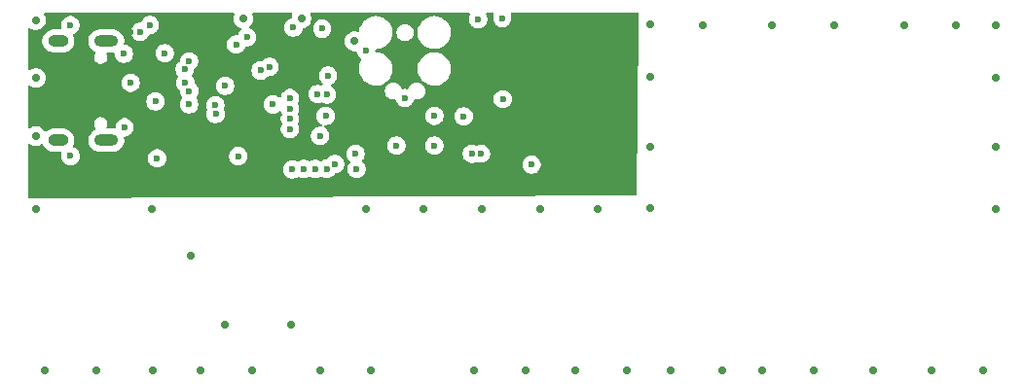
<source format=gbr>
%TF.GenerationSoftware,KiCad,Pcbnew,9.0.3*%
%TF.CreationDate,2025-09-06T00:14:13-07:00*%
%TF.ProjectId,business_card,62757369-6e65-4737-935f-636172642e6b,1.0*%
%TF.SameCoordinates,Original*%
%TF.FileFunction,Copper,L3,Inr*%
%TF.FilePolarity,Positive*%
%FSLAX46Y46*%
G04 Gerber Fmt 4.6, Leading zero omitted, Abs format (unit mm)*
G04 Created by KiCad (PCBNEW 9.0.3) date 2025-09-06 00:14:13*
%MOMM*%
%LPD*%
G01*
G04 APERTURE LIST*
%TA.AperFunction,HeatsinkPad*%
%ADD10O,1.800000X1.000000*%
%TD*%
%TA.AperFunction,HeatsinkPad*%
%ADD11O,2.100000X1.000000*%
%TD*%
%TA.AperFunction,ViaPad*%
%ADD12C,0.600000*%
%TD*%
%TA.AperFunction,ViaPad*%
%ADD13C,0.700000*%
%TD*%
G04 APERTURE END LIST*
D10*
%TO.N,GND*%
%TO.C,J1*%
X178400000Y-79332500D03*
D11*
X182580000Y-79332500D03*
D10*
X178400000Y-70692500D03*
D11*
X182580000Y-70692500D03*
%TD*%
D12*
%TO.N,GND*%
X197075000Y-76227500D03*
X196781800Y-72957245D03*
X201865000Y-73712500D03*
X201165000Y-78962500D03*
D13*
X194500000Y-68725000D03*
X259950000Y-79925000D03*
D12*
X215165000Y-80507500D03*
X189780000Y-76212500D03*
X185515000Y-69907500D03*
X214365000Y-80512500D03*
X184115000Y-71812500D03*
D13*
X256500000Y-69325000D03*
X199550000Y-68725000D03*
D12*
X204350000Y-81852500D03*
D13*
X176450000Y-78975000D03*
D12*
X179465000Y-80712500D03*
D13*
X258850000Y-99425000D03*
D12*
X192082500Y-77050000D03*
D13*
X192850000Y-95425000D03*
X219050000Y-99425000D03*
D12*
X194815000Y-70362500D03*
D13*
X249250000Y-99425000D03*
X214550000Y-99425000D03*
D12*
X189795000Y-75062500D03*
D13*
X234450000Y-69325000D03*
D12*
X211115000Y-79812500D03*
D13*
X236150000Y-99425000D03*
X223350000Y-99425000D03*
X210200000Y-85325000D03*
X186550000Y-85325000D03*
D12*
X198850000Y-69525000D03*
D13*
X259950000Y-69325000D03*
X215250000Y-85325000D03*
X220300000Y-85325000D03*
X181750000Y-99425000D03*
X186650000Y-99425000D03*
D12*
X186365000Y-69312500D03*
X189780000Y-72462500D03*
X213665000Y-77257500D03*
D13*
X176450000Y-85325000D03*
X225350000Y-85325000D03*
X177250000Y-99425000D03*
D12*
X192062500Y-76297078D03*
D13*
X229900000Y-79875000D03*
D12*
X217015000Y-68712500D03*
D13*
X176450000Y-73925000D03*
X259950000Y-73875000D03*
X240500000Y-69325000D03*
D12*
X194050000Y-80725000D03*
D13*
X245900000Y-69325000D03*
D12*
X217065000Y-75762500D03*
D13*
X254350000Y-99425000D03*
D12*
X187000000Y-80925000D03*
X219565000Y-81462500D03*
D13*
X205150000Y-85325000D03*
D12*
X207815000Y-79812500D03*
D13*
X190750000Y-99425000D03*
D12*
X186852500Y-75962500D03*
D13*
X239650000Y-99425000D03*
X198650000Y-95425000D03*
X189950000Y-89425000D03*
X229900000Y-69275000D03*
X231650000Y-99425000D03*
D12*
X193865000Y-71012500D03*
D13*
X229900000Y-85275000D03*
X176450000Y-68875000D03*
X204150000Y-70725000D03*
X251950000Y-69325000D03*
X229900000Y-73825000D03*
D12*
X184691105Y-74331502D03*
D13*
X195250000Y-99425000D03*
D12*
X202467500Y-81410000D03*
D13*
X244150000Y-99425000D03*
X259950000Y-85325000D03*
D12*
X208545000Y-75662500D03*
X192915000Y-74607246D03*
D13*
X205550000Y-99425000D03*
X201150000Y-99425000D03*
D12*
X184165000Y-78212500D03*
X214911601Y-68804820D03*
X204250000Y-80525000D03*
D13*
X227850000Y-99425000D03*
D12*
X179450000Y-69325000D03*
X201350000Y-69625000D03*
%TO.N,+3.3V*%
X203450000Y-79500000D03*
X207865000Y-81112500D03*
X213233450Y-75062500D03*
D13*
X202650000Y-70725000D03*
D12*
X191565000Y-69312500D03*
X184715000Y-69890000D03*
X207645000Y-69062500D03*
X196715000Y-70312500D03*
X211075000Y-78525000D03*
X195948658Y-77348728D03*
X184900000Y-75962500D03*
X216250000Y-71525000D03*
X193184947Y-72092553D03*
%TO.N,BTN_12*%
X198549000Y-75675000D03*
X201750000Y-81825000D03*
%TO.N,BTN_11*%
X200750000Y-81850000D03*
X198545009Y-76603219D03*
%TO.N,BTN_10*%
X198550000Y-77475000D03*
X199750000Y-81850000D03*
%TO.N,BTN_09*%
X198550000Y-78375000D03*
X198750607Y-81891261D03*
%TO.N,USB_D+*%
X189453864Y-74338877D03*
X200966769Y-75309285D03*
%TO.N,USB_D-*%
X201765000Y-75362500D03*
X189388299Y-73160049D03*
%TO.N,I2S_WS*%
X201650000Y-77225000D03*
X211115000Y-77212500D03*
%TO.N,SWD_NRST*%
X187665000Y-71762500D03*
X205153017Y-71558453D03*
X196004919Y-73266394D03*
%TD*%
%TA.AperFunction,Conductor*%
%TO.N,+3.3V*%
G36*
X193667785Y-68245185D02*
G01*
X193713540Y-68297989D01*
X193723484Y-68367147D01*
X193715307Y-68396953D01*
X193682184Y-68476917D01*
X193682182Y-68476925D01*
X193649500Y-68641228D01*
X193649500Y-68808771D01*
X193682182Y-68973074D01*
X193682184Y-68973082D01*
X193746295Y-69127860D01*
X193839373Y-69267162D01*
X193957837Y-69385626D01*
X194019173Y-69426609D01*
X194097137Y-69478703D01*
X194097138Y-69478703D01*
X194097139Y-69478704D01*
X194168123Y-69508106D01*
X194251913Y-69542814D01*
X194257546Y-69545147D01*
X194256467Y-69547750D01*
X194304814Y-69579511D01*
X194333199Y-69643355D01*
X194322561Y-69712410D01*
X194297972Y-69747449D01*
X194193210Y-69852211D01*
X194105609Y-69983314D01*
X194105602Y-69983327D01*
X194042932Y-70134630D01*
X194040470Y-70133610D01*
X194008522Y-70182403D01*
X193944721Y-70210884D01*
X193928122Y-70212000D01*
X193786155Y-70212000D01*
X193631510Y-70242761D01*
X193631498Y-70242764D01*
X193485827Y-70303102D01*
X193485814Y-70303109D01*
X193354711Y-70390710D01*
X193354707Y-70390713D01*
X193243213Y-70502207D01*
X193243210Y-70502211D01*
X193155609Y-70633314D01*
X193155602Y-70633327D01*
X193095264Y-70778998D01*
X193095261Y-70779010D01*
X193064500Y-70933653D01*
X193064500Y-71091346D01*
X193095261Y-71245989D01*
X193095264Y-71246001D01*
X193155602Y-71391672D01*
X193155609Y-71391685D01*
X193243210Y-71522788D01*
X193243213Y-71522792D01*
X193354707Y-71634286D01*
X193354711Y-71634289D01*
X193485814Y-71721890D01*
X193485827Y-71721897D01*
X193631498Y-71782235D01*
X193631503Y-71782237D01*
X193745427Y-71804898D01*
X193786153Y-71812999D01*
X193786156Y-71813000D01*
X193786158Y-71813000D01*
X193943844Y-71813000D01*
X193943845Y-71812999D01*
X194098497Y-71782237D01*
X194244179Y-71721894D01*
X194375289Y-71634289D01*
X194486789Y-71522789D01*
X194574394Y-71391679D01*
X194577854Y-71383327D01*
X194637068Y-71240369D01*
X194639522Y-71241385D01*
X194671510Y-71192570D01*
X194735321Y-71164110D01*
X194751878Y-71163000D01*
X194893844Y-71163000D01*
X194893845Y-71162999D01*
X195048497Y-71132237D01*
X195194179Y-71071894D01*
X195325289Y-70984289D01*
X195436789Y-70872789D01*
X195524394Y-70741679D01*
X195566002Y-70641228D01*
X203299500Y-70641228D01*
X203299500Y-70808771D01*
X203332182Y-70973074D01*
X203332184Y-70973082D01*
X203396295Y-71127860D01*
X203489373Y-71267162D01*
X203607837Y-71385626D01*
X203646794Y-71411656D01*
X203747137Y-71478703D01*
X203901918Y-71542816D01*
X204066228Y-71575499D01*
X204066232Y-71575500D01*
X204238461Y-71575500D01*
X204305500Y-71595185D01*
X204351255Y-71647989D01*
X204360078Y-71675309D01*
X204383278Y-71791942D01*
X204383281Y-71791954D01*
X204443619Y-71937625D01*
X204443626Y-71937638D01*
X204531227Y-72068741D01*
X204531230Y-72068745D01*
X204642724Y-72180239D01*
X204642732Y-72180245D01*
X204734755Y-72241733D01*
X204779561Y-72295345D01*
X204788268Y-72364670D01*
X204776350Y-72401129D01*
X204682402Y-72585513D01*
X204682398Y-72585521D01*
X204612458Y-72800774D01*
X204612458Y-72800777D01*
X204594842Y-72912000D01*
X204577050Y-73024331D01*
X204577050Y-73250669D01*
X204590633Y-73336424D01*
X204612458Y-73474222D01*
X204612458Y-73474225D01*
X204682398Y-73689478D01*
X204682400Y-73689481D01*
X204785155Y-73891150D01*
X204918193Y-74074261D01*
X205078239Y-74234307D01*
X205261350Y-74367345D01*
X205463019Y-74470100D01*
X205463021Y-74470101D01*
X205642461Y-74528404D01*
X205678279Y-74540042D01*
X205901831Y-74575450D01*
X205901832Y-74575450D01*
X206128168Y-74575450D01*
X206128169Y-74575450D01*
X206351721Y-74540042D01*
X206351724Y-74540041D01*
X206351725Y-74540041D01*
X206566978Y-74470101D01*
X206566978Y-74470100D01*
X206566981Y-74470100D01*
X206768650Y-74367345D01*
X206951761Y-74234307D01*
X207111807Y-74074261D01*
X207244845Y-73891150D01*
X207347600Y-73689481D01*
X207389097Y-73561766D01*
X207417541Y-73474225D01*
X207417541Y-73474224D01*
X207417542Y-73474221D01*
X207452950Y-73250669D01*
X207452950Y-73024331D01*
X209657050Y-73024331D01*
X209657050Y-73250669D01*
X209670633Y-73336424D01*
X209692458Y-73474222D01*
X209692458Y-73474225D01*
X209762398Y-73689478D01*
X209762400Y-73689481D01*
X209865155Y-73891150D01*
X209998193Y-74074261D01*
X210158239Y-74234307D01*
X210341350Y-74367345D01*
X210543019Y-74470100D01*
X210543021Y-74470101D01*
X210722461Y-74528404D01*
X210758279Y-74540042D01*
X210981831Y-74575450D01*
X210981832Y-74575450D01*
X211208168Y-74575450D01*
X211208169Y-74575450D01*
X211431721Y-74540042D01*
X211431724Y-74540041D01*
X211431725Y-74540041D01*
X211646978Y-74470101D01*
X211646978Y-74470100D01*
X211646981Y-74470100D01*
X211848650Y-74367345D01*
X212031761Y-74234307D01*
X212191807Y-74074261D01*
X212324845Y-73891150D01*
X212427600Y-73689481D01*
X212469097Y-73561766D01*
X212497541Y-73474225D01*
X212497541Y-73474224D01*
X212497542Y-73474221D01*
X212532950Y-73250669D01*
X212532950Y-73024331D01*
X212497542Y-72800779D01*
X212497541Y-72800775D01*
X212497541Y-72800774D01*
X212427601Y-72585521D01*
X212427599Y-72585518D01*
X212427597Y-72585513D01*
X212324845Y-72383850D01*
X212191807Y-72200739D01*
X212031761Y-72040693D01*
X211848650Y-71907655D01*
X211646981Y-71804900D01*
X211646978Y-71804898D01*
X211431723Y-71734958D01*
X211282686Y-71711352D01*
X211208169Y-71699550D01*
X210981831Y-71699550D01*
X210907313Y-71711352D01*
X210758277Y-71734958D01*
X210758274Y-71734958D01*
X210543021Y-71804898D01*
X210543018Y-71804900D01*
X210341349Y-71907655D01*
X210280029Y-71952207D01*
X210158239Y-72040693D01*
X210158237Y-72040695D01*
X210158236Y-72040695D01*
X209998195Y-72200736D01*
X209998195Y-72200737D01*
X209998193Y-72200739D01*
X209977662Y-72228998D01*
X209865155Y-72383849D01*
X209762400Y-72585518D01*
X209762398Y-72585521D01*
X209692458Y-72800774D01*
X209692458Y-72800777D01*
X209674842Y-72912000D01*
X209657050Y-73024331D01*
X207452950Y-73024331D01*
X207417542Y-72800779D01*
X207417541Y-72800775D01*
X207417541Y-72800774D01*
X207347601Y-72585521D01*
X207347599Y-72585518D01*
X207347597Y-72585513D01*
X207244845Y-72383850D01*
X207111807Y-72200739D01*
X206951761Y-72040693D01*
X206768650Y-71907655D01*
X206566981Y-71804900D01*
X206566978Y-71804898D01*
X206351723Y-71734958D01*
X206202686Y-71711352D01*
X206128169Y-71699550D01*
X206128168Y-71699550D01*
X206077517Y-71699550D01*
X206068831Y-71696999D01*
X206059870Y-71698288D01*
X206035829Y-71687309D01*
X206010478Y-71679865D01*
X206004550Y-71673024D01*
X205996314Y-71669263D01*
X205982024Y-71647028D01*
X205964723Y-71627061D01*
X205962435Y-71616546D01*
X205958540Y-71610485D01*
X205953517Y-71575550D01*
X205953517Y-71524450D01*
X205973202Y-71457411D01*
X206026006Y-71411656D01*
X206077517Y-71400450D01*
X206128168Y-71400450D01*
X206128169Y-71400450D01*
X206351721Y-71365042D01*
X206351724Y-71365041D01*
X206351725Y-71365041D01*
X206566978Y-71295101D01*
X206566978Y-71295100D01*
X206566981Y-71295100D01*
X206768650Y-71192345D01*
X206951761Y-71059307D01*
X207111807Y-70899261D01*
X207244845Y-70716150D01*
X207347600Y-70514481D01*
X207372476Y-70437920D01*
X207417541Y-70299225D01*
X207417541Y-70299224D01*
X207417542Y-70299221D01*
X207452950Y-70075669D01*
X207452950Y-69889040D01*
X207809200Y-69889040D01*
X207809200Y-70035959D01*
X207837858Y-70180034D01*
X207837861Y-70180044D01*
X207894078Y-70315766D01*
X207894083Y-70315775D01*
X207975698Y-70437919D01*
X207975701Y-70437923D01*
X208079576Y-70541798D01*
X208079580Y-70541801D01*
X208201724Y-70623416D01*
X208201730Y-70623419D01*
X208201731Y-70623420D01*
X208337458Y-70679640D01*
X208480032Y-70707999D01*
X208481540Y-70708299D01*
X208481544Y-70708300D01*
X208481545Y-70708300D01*
X208628456Y-70708300D01*
X208628457Y-70708299D01*
X208772542Y-70679640D01*
X208908269Y-70623420D01*
X209030420Y-70541801D01*
X209134301Y-70437920D01*
X209215920Y-70315769D01*
X209272140Y-70180042D01*
X209300800Y-70035955D01*
X209300800Y-69889045D01*
X209296743Y-69868648D01*
X209296743Y-69868646D01*
X209292901Y-69849331D01*
X209657050Y-69849331D01*
X209657050Y-70075669D01*
X209665499Y-70129010D01*
X209692458Y-70299222D01*
X209692458Y-70299225D01*
X209762398Y-70514478D01*
X209762400Y-70514481D01*
X209865155Y-70716150D01*
X209998193Y-70899261D01*
X210158239Y-71059307D01*
X210341350Y-71192345D01*
X210543019Y-71295100D01*
X210543021Y-71295101D01*
X210743801Y-71360337D01*
X210758279Y-71365042D01*
X210981831Y-71400450D01*
X210981832Y-71400450D01*
X211208168Y-71400450D01*
X211208169Y-71400450D01*
X211431721Y-71365042D01*
X211431724Y-71365041D01*
X211431725Y-71365041D01*
X211646978Y-71295101D01*
X211646978Y-71295100D01*
X211646981Y-71295100D01*
X211848650Y-71192345D01*
X212031761Y-71059307D01*
X212191807Y-70899261D01*
X212324845Y-70716150D01*
X212427600Y-70514481D01*
X212452476Y-70437920D01*
X212497541Y-70299225D01*
X212497541Y-70299224D01*
X212497542Y-70299221D01*
X212532950Y-70075669D01*
X212532950Y-69849331D01*
X212497542Y-69625779D01*
X212497541Y-69625775D01*
X212497541Y-69625774D01*
X212427601Y-69410521D01*
X212427599Y-69410518D01*
X212424200Y-69403846D01*
X212324845Y-69208850D01*
X212191807Y-69025739D01*
X212031761Y-68865693D01*
X211848650Y-68732655D01*
X211646981Y-68629900D01*
X211646978Y-68629898D01*
X211431723Y-68559958D01*
X211282686Y-68536352D01*
X211208169Y-68524550D01*
X210981831Y-68524550D01*
X210907313Y-68536352D01*
X210758277Y-68559958D01*
X210758274Y-68559958D01*
X210543021Y-68629898D01*
X210543018Y-68629900D01*
X210341349Y-68732655D01*
X210260569Y-68791346D01*
X210158239Y-68865693D01*
X210158237Y-68865695D01*
X210158236Y-68865695D01*
X209998195Y-69025736D01*
X209998195Y-69025737D01*
X209998193Y-69025739D01*
X209955242Y-69084856D01*
X209865155Y-69208849D01*
X209762400Y-69410518D01*
X209762398Y-69410521D01*
X209692458Y-69625774D01*
X209692458Y-69625777D01*
X209662039Y-69817833D01*
X209657050Y-69849331D01*
X209292901Y-69849331D01*
X209272141Y-69744965D01*
X209272140Y-69744958D01*
X209215920Y-69609231D01*
X209215919Y-69609230D01*
X209215916Y-69609224D01*
X209134301Y-69487080D01*
X209134298Y-69487076D01*
X209030423Y-69383201D01*
X209030419Y-69383198D01*
X208908275Y-69301583D01*
X208908266Y-69301578D01*
X208797611Y-69255744D01*
X208772542Y-69245360D01*
X208772538Y-69245359D01*
X208772534Y-69245358D01*
X208628459Y-69216700D01*
X208628455Y-69216700D01*
X208481545Y-69216700D01*
X208481540Y-69216700D01*
X208337465Y-69245358D01*
X208337455Y-69245361D01*
X208201733Y-69301578D01*
X208201724Y-69301583D01*
X208079580Y-69383198D01*
X208079576Y-69383201D01*
X207975701Y-69487076D01*
X207975698Y-69487080D01*
X207894083Y-69609224D01*
X207894078Y-69609233D01*
X207837861Y-69744955D01*
X207837858Y-69744965D01*
X207809200Y-69889040D01*
X207452950Y-69889040D01*
X207452950Y-69849331D01*
X207417542Y-69625779D01*
X207417541Y-69625775D01*
X207417541Y-69625774D01*
X207347601Y-69410521D01*
X207347599Y-69410518D01*
X207344200Y-69403846D01*
X207244845Y-69208850D01*
X207111807Y-69025739D01*
X206951761Y-68865693D01*
X206768650Y-68732655D01*
X206566981Y-68629900D01*
X206566978Y-68629898D01*
X206351723Y-68559958D01*
X206202686Y-68536352D01*
X206128169Y-68524550D01*
X205901831Y-68524550D01*
X205827313Y-68536352D01*
X205678277Y-68559958D01*
X205678274Y-68559958D01*
X205463021Y-68629898D01*
X205463018Y-68629900D01*
X205261349Y-68732655D01*
X205180569Y-68791346D01*
X205078239Y-68865693D01*
X205078237Y-68865695D01*
X205078236Y-68865695D01*
X204918195Y-69025736D01*
X204918195Y-69025737D01*
X204918193Y-69025739D01*
X204875242Y-69084856D01*
X204785155Y-69208849D01*
X204682400Y-69410518D01*
X204682398Y-69410521D01*
X204612458Y-69625774D01*
X204612458Y-69625777D01*
X204582039Y-69817833D01*
X204552110Y-69880968D01*
X204492798Y-69917899D01*
X204422936Y-69916901D01*
X204412113Y-69912996D01*
X204398082Y-69907184D01*
X204398074Y-69907182D01*
X204233771Y-69874500D01*
X204233767Y-69874500D01*
X204066233Y-69874500D01*
X204066228Y-69874500D01*
X203901925Y-69907182D01*
X203901917Y-69907184D01*
X203747139Y-69971295D01*
X203607837Y-70064373D01*
X203489373Y-70182837D01*
X203396295Y-70322139D01*
X203332184Y-70476917D01*
X203332182Y-70476925D01*
X203299500Y-70641228D01*
X195566002Y-70641228D01*
X195584737Y-70595997D01*
X195615500Y-70441342D01*
X195615500Y-70283658D01*
X195615500Y-70283655D01*
X195615499Y-70283653D01*
X195596780Y-70189548D01*
X195584737Y-70129003D01*
X195578141Y-70113079D01*
X195524397Y-69983327D01*
X195524390Y-69983314D01*
X195436789Y-69852211D01*
X195436786Y-69852207D01*
X195325292Y-69740713D01*
X195325288Y-69740710D01*
X195194185Y-69653109D01*
X195194172Y-69653102D01*
X195067546Y-69600653D01*
X195013142Y-69556812D01*
X194991077Y-69490518D01*
X195008356Y-69422819D01*
X195038613Y-69390902D01*
X195037454Y-69389490D01*
X195042158Y-69385628D01*
X195042162Y-69385626D01*
X195160626Y-69267162D01*
X195253703Y-69127863D01*
X195317816Y-68973082D01*
X195350500Y-68808767D01*
X195350500Y-68641233D01*
X195317816Y-68476918D01*
X195284692Y-68396952D01*
X195277224Y-68327484D01*
X195308499Y-68265004D01*
X195368588Y-68229352D01*
X195399254Y-68225500D01*
X198650746Y-68225500D01*
X198717785Y-68245185D01*
X198763540Y-68297989D01*
X198773484Y-68367147D01*
X198765307Y-68396953D01*
X198732184Y-68476917D01*
X198732182Y-68476925D01*
X198699500Y-68641228D01*
X198698903Y-68647294D01*
X198696865Y-68647093D01*
X198679815Y-68705160D01*
X198627011Y-68750915D01*
X198622069Y-68752785D01*
X198622130Y-68752932D01*
X198470827Y-68815602D01*
X198470814Y-68815609D01*
X198339711Y-68903210D01*
X198339707Y-68903213D01*
X198228213Y-69014707D01*
X198228210Y-69014711D01*
X198140609Y-69145814D01*
X198140602Y-69145827D01*
X198080264Y-69291498D01*
X198080261Y-69291510D01*
X198049500Y-69446153D01*
X198049500Y-69603846D01*
X198080261Y-69758489D01*
X198080264Y-69758501D01*
X198140602Y-69904172D01*
X198140609Y-69904185D01*
X198228210Y-70035288D01*
X198228213Y-70035292D01*
X198339707Y-70146786D01*
X198339711Y-70146789D01*
X198470814Y-70234390D01*
X198470827Y-70234397D01*
X198616498Y-70294735D01*
X198616503Y-70294737D01*
X198754251Y-70322137D01*
X198771153Y-70325499D01*
X198771156Y-70325500D01*
X198771158Y-70325500D01*
X198928844Y-70325500D01*
X198928845Y-70325499D01*
X199083497Y-70294737D01*
X199229179Y-70234394D01*
X199360289Y-70146789D01*
X199471789Y-70035289D01*
X199559394Y-69904179D01*
X199619737Y-69758497D01*
X199640895Y-69652128D01*
X199673279Y-69590218D01*
X199733995Y-69555644D01*
X199738287Y-69554709D01*
X199781304Y-69546153D01*
X200549500Y-69546153D01*
X200549500Y-69703846D01*
X200580261Y-69858489D01*
X200580264Y-69858501D01*
X200640602Y-70004172D01*
X200640609Y-70004185D01*
X200728210Y-70135288D01*
X200728213Y-70135292D01*
X200839707Y-70246786D01*
X200839711Y-70246789D01*
X200970814Y-70334390D01*
X200970827Y-70334397D01*
X201106781Y-70390710D01*
X201116503Y-70394737D01*
X201232408Y-70417792D01*
X201271153Y-70425499D01*
X201271156Y-70425500D01*
X201271158Y-70425500D01*
X201428844Y-70425500D01*
X201428845Y-70425499D01*
X201583497Y-70394737D01*
X201729179Y-70334394D01*
X201860289Y-70246789D01*
X201971789Y-70135289D01*
X202059394Y-70004179D01*
X202119737Y-69858497D01*
X202150500Y-69703842D01*
X202150500Y-69546158D01*
X202150500Y-69546155D01*
X202150499Y-69546153D01*
X202139432Y-69490518D01*
X202119737Y-69391503D01*
X202117303Y-69385626D01*
X202059397Y-69245827D01*
X202059390Y-69245814D01*
X201971789Y-69114711D01*
X201971786Y-69114707D01*
X201860292Y-69003213D01*
X201860288Y-69003210D01*
X201729185Y-68915609D01*
X201729172Y-68915602D01*
X201583501Y-68855264D01*
X201583489Y-68855261D01*
X201428845Y-68824500D01*
X201428842Y-68824500D01*
X201271158Y-68824500D01*
X201271155Y-68824500D01*
X201116510Y-68855261D01*
X201116498Y-68855264D01*
X200970827Y-68915602D01*
X200970814Y-68915609D01*
X200839711Y-69003210D01*
X200839707Y-69003213D01*
X200728213Y-69114707D01*
X200728210Y-69114711D01*
X200640609Y-69245814D01*
X200640602Y-69245827D01*
X200580264Y-69391498D01*
X200580261Y-69391510D01*
X200549500Y-69546153D01*
X199781304Y-69546153D01*
X199798082Y-69542816D01*
X199952863Y-69478703D01*
X200092162Y-69385626D01*
X200210626Y-69267162D01*
X200303703Y-69127863D01*
X200367816Y-68973082D01*
X200400500Y-68808767D01*
X200400500Y-68641233D01*
X200367816Y-68476918D01*
X200334692Y-68396952D01*
X200327224Y-68327484D01*
X200358499Y-68265004D01*
X200418588Y-68229352D01*
X200449254Y-68225500D01*
X214103949Y-68225500D01*
X214170988Y-68245185D01*
X214216743Y-68297989D01*
X214226687Y-68367147D01*
X214207050Y-68418393D01*
X214202208Y-68425638D01*
X214202203Y-68425647D01*
X214141865Y-68571318D01*
X214141862Y-68571330D01*
X214111101Y-68725973D01*
X214111101Y-68883666D01*
X214141862Y-69038309D01*
X214141865Y-69038321D01*
X214202203Y-69183992D01*
X214202210Y-69184005D01*
X214289811Y-69315108D01*
X214289814Y-69315112D01*
X214401308Y-69426606D01*
X214401312Y-69426609D01*
X214532415Y-69514210D01*
X214532428Y-69514217D01*
X214678099Y-69574555D01*
X214678104Y-69574557D01*
X214809297Y-69600653D01*
X214832754Y-69605319D01*
X214832757Y-69605320D01*
X214832759Y-69605320D01*
X214990445Y-69605320D01*
X214990446Y-69605319D01*
X215145098Y-69574557D01*
X215290780Y-69514214D01*
X215421890Y-69426609D01*
X215533390Y-69315109D01*
X215620995Y-69183999D01*
X215681338Y-69038317D01*
X215712101Y-68883662D01*
X215712101Y-68725978D01*
X215712101Y-68725975D01*
X215712100Y-68725973D01*
X215705086Y-68690710D01*
X215681338Y-68571323D01*
X215681336Y-68571318D01*
X215620998Y-68425647D01*
X215620993Y-68425638D01*
X215616152Y-68418393D01*
X215595273Y-68351716D01*
X215613756Y-68284335D01*
X215665734Y-68237644D01*
X215719253Y-68225500D01*
X216164688Y-68225500D01*
X216231727Y-68245185D01*
X216277482Y-68297989D01*
X216287426Y-68367147D01*
X216279249Y-68396952D01*
X216245264Y-68478998D01*
X216245261Y-68479010D01*
X216214500Y-68633653D01*
X216214500Y-68791346D01*
X216245261Y-68945989D01*
X216245264Y-68946001D01*
X216305602Y-69091672D01*
X216305609Y-69091685D01*
X216393210Y-69222788D01*
X216393213Y-69222792D01*
X216504707Y-69334286D01*
X216504711Y-69334289D01*
X216635814Y-69421890D01*
X216635827Y-69421897D01*
X216781498Y-69482235D01*
X216781503Y-69482237D01*
X216936153Y-69512999D01*
X216936156Y-69513000D01*
X216936158Y-69513000D01*
X217093844Y-69513000D01*
X217093845Y-69512999D01*
X217248497Y-69482237D01*
X217394179Y-69421894D01*
X217525289Y-69334289D01*
X217636789Y-69222789D01*
X217724394Y-69091679D01*
X217784737Y-68945997D01*
X217815500Y-68791342D01*
X217815500Y-68633658D01*
X217815500Y-68633655D01*
X217815499Y-68633653D01*
X217793787Y-68524500D01*
X217784737Y-68479003D01*
X217783873Y-68476917D01*
X217750751Y-68396952D01*
X217743282Y-68327483D01*
X217774557Y-68265004D01*
X217834646Y-68229352D01*
X217865312Y-68225500D01*
X228770169Y-68225500D01*
X228837208Y-68245185D01*
X228882963Y-68297989D01*
X228894159Y-68351019D01*
X228888042Y-68849614D01*
X228787693Y-77028000D01*
X228701497Y-84052980D01*
X228680991Y-84119773D01*
X228627630Y-84164877D01*
X228577972Y-84175458D01*
X175874966Y-84373590D01*
X175807853Y-84354158D01*
X175761900Y-84301526D01*
X175750500Y-84249591D01*
X175750500Y-81812414D01*
X197950107Y-81812414D01*
X197950107Y-81970107D01*
X197980868Y-82124750D01*
X197980871Y-82124762D01*
X198041209Y-82270433D01*
X198041216Y-82270446D01*
X198128817Y-82401549D01*
X198128820Y-82401553D01*
X198240314Y-82513047D01*
X198240318Y-82513050D01*
X198371421Y-82600651D01*
X198371434Y-82600658D01*
X198497801Y-82653000D01*
X198517110Y-82660998D01*
X198671760Y-82691760D01*
X198671763Y-82691761D01*
X198671765Y-82691761D01*
X198829451Y-82691761D01*
X198829452Y-82691760D01*
X198984104Y-82660998D01*
X199129786Y-82600655D01*
X199138646Y-82594735D01*
X199212288Y-82545529D01*
X199278965Y-82524651D01*
X199346345Y-82543135D01*
X199350059Y-82545521D01*
X199370821Y-82559394D01*
X199370823Y-82559395D01*
X199370827Y-82559397D01*
X199516498Y-82619735D01*
X199516503Y-82619737D01*
X199671153Y-82650499D01*
X199671156Y-82650500D01*
X199671158Y-82650500D01*
X199828844Y-82650500D01*
X199828845Y-82650499D01*
X199983497Y-82619737D01*
X200129179Y-82559394D01*
X200181110Y-82524694D01*
X200247785Y-82503816D01*
X200315165Y-82522300D01*
X200318863Y-82524676D01*
X200370821Y-82559394D01*
X200370823Y-82559395D01*
X200370825Y-82559396D01*
X200516498Y-82619735D01*
X200516503Y-82619737D01*
X200671153Y-82650499D01*
X200671156Y-82650500D01*
X200671158Y-82650500D01*
X200828844Y-82650500D01*
X200828845Y-82650499D01*
X200983497Y-82619737D01*
X201123136Y-82561897D01*
X201129172Y-82559397D01*
X201129172Y-82559396D01*
X201129179Y-82559394D01*
X201199818Y-82512194D01*
X201266494Y-82491317D01*
X201333874Y-82509801D01*
X201337557Y-82512167D01*
X201370821Y-82534394D01*
X201370824Y-82534395D01*
X201370827Y-82534397D01*
X201516498Y-82594735D01*
X201516503Y-82594737D01*
X201642176Y-82619735D01*
X201671153Y-82625499D01*
X201671156Y-82625500D01*
X201671158Y-82625500D01*
X201828844Y-82625500D01*
X201828845Y-82625499D01*
X201983497Y-82594737D01*
X202129179Y-82534394D01*
X202260289Y-82446789D01*
X202371789Y-82335289D01*
X202415120Y-82270440D01*
X202418348Y-82265609D01*
X202471960Y-82220804D01*
X202521450Y-82210500D01*
X202546344Y-82210500D01*
X202546345Y-82210499D01*
X202700997Y-82179737D01*
X202813666Y-82133067D01*
X202846672Y-82119397D01*
X202846672Y-82119396D01*
X202846679Y-82119394D01*
X202977789Y-82031789D01*
X203089289Y-81920289D01*
X203176894Y-81789179D01*
X203237237Y-81643497D01*
X203268000Y-81488842D01*
X203268000Y-81331158D01*
X203268000Y-81331155D01*
X203267999Y-81331153D01*
X203264388Y-81312999D01*
X203237237Y-81176503D01*
X203231563Y-81162804D01*
X203176897Y-81030827D01*
X203176890Y-81030814D01*
X203089289Y-80899711D01*
X203089286Y-80899707D01*
X202977792Y-80788213D01*
X202977788Y-80788210D01*
X202846685Y-80700609D01*
X202846672Y-80700602D01*
X202701001Y-80640264D01*
X202700989Y-80640261D01*
X202546345Y-80609500D01*
X202546342Y-80609500D01*
X202388658Y-80609500D01*
X202388655Y-80609500D01*
X202234010Y-80640261D01*
X202233998Y-80640264D01*
X202088327Y-80700602D01*
X202088314Y-80700609D01*
X201957211Y-80788210D01*
X201957207Y-80788213D01*
X201845713Y-80899707D01*
X201845710Y-80899711D01*
X201799152Y-80969391D01*
X201745540Y-81014196D01*
X201696050Y-81024500D01*
X201671155Y-81024500D01*
X201516510Y-81055261D01*
X201516498Y-81055264D01*
X201370827Y-81115602D01*
X201370816Y-81115608D01*
X201300181Y-81162805D01*
X201233503Y-81183682D01*
X201166123Y-81165197D01*
X201162400Y-81162804D01*
X201155942Y-81158489D01*
X201129179Y-81140606D01*
X201129178Y-81140605D01*
X201129176Y-81140604D01*
X201129174Y-81140603D01*
X200983501Y-81080264D01*
X200983489Y-81080261D01*
X200828845Y-81049500D01*
X200828842Y-81049500D01*
X200671158Y-81049500D01*
X200671155Y-81049500D01*
X200516510Y-81080261D01*
X200516498Y-81080264D01*
X200370827Y-81140602D01*
X200370814Y-81140609D01*
X200318891Y-81175304D01*
X200252214Y-81196182D01*
X200184833Y-81177698D01*
X200181109Y-81175304D01*
X200129185Y-81140609D01*
X200129172Y-81140602D01*
X199983501Y-81080264D01*
X199983489Y-81080261D01*
X199828845Y-81049500D01*
X199828842Y-81049500D01*
X199671158Y-81049500D01*
X199671155Y-81049500D01*
X199516510Y-81080261D01*
X199516498Y-81080264D01*
X199370827Y-81140602D01*
X199370814Y-81140609D01*
X199288318Y-81195732D01*
X199221640Y-81216610D01*
X199154260Y-81198125D01*
X199150574Y-81195757D01*
X199129786Y-81181867D01*
X199129782Y-81181865D01*
X199129778Y-81181863D01*
X198984108Y-81121525D01*
X198984096Y-81121522D01*
X198829452Y-81090761D01*
X198829449Y-81090761D01*
X198671765Y-81090761D01*
X198671762Y-81090761D01*
X198517117Y-81121522D01*
X198517105Y-81121525D01*
X198371434Y-81181863D01*
X198371421Y-81181870D01*
X198240318Y-81269471D01*
X198240314Y-81269474D01*
X198128820Y-81380968D01*
X198128817Y-81380972D01*
X198041216Y-81512075D01*
X198041209Y-81512088D01*
X197980871Y-81657759D01*
X197980868Y-81657771D01*
X197950107Y-81812414D01*
X175750500Y-81812414D01*
X175750500Y-79762484D01*
X175770185Y-79695445D01*
X175822989Y-79649690D01*
X175892147Y-79639746D01*
X175943391Y-79659382D01*
X176047137Y-79728703D01*
X176047138Y-79728703D01*
X176047139Y-79728704D01*
X176069012Y-79737764D01*
X176201918Y-79792816D01*
X176366228Y-79825499D01*
X176366232Y-79825500D01*
X176366233Y-79825500D01*
X176533768Y-79825500D01*
X176533769Y-79825499D01*
X176698082Y-79792816D01*
X176852863Y-79728703D01*
X176906056Y-79693160D01*
X176972731Y-79672282D01*
X177040112Y-79690766D01*
X177086802Y-79742744D01*
X177089507Y-79748809D01*
X177113366Y-79806411D01*
X177113371Y-79806420D01*
X177222860Y-79970281D01*
X177222863Y-79970285D01*
X177362214Y-80109636D01*
X177362218Y-80109639D01*
X177526079Y-80219128D01*
X177526092Y-80219135D01*
X177670645Y-80279010D01*
X177708165Y-80294551D01*
X177708169Y-80294551D01*
X177708170Y-80294552D01*
X177901456Y-80333000D01*
X177901459Y-80333000D01*
X178573210Y-80333000D01*
X178640249Y-80352685D01*
X178686004Y-80405489D01*
X178695948Y-80474647D01*
X178694827Y-80481191D01*
X178664500Y-80633653D01*
X178664500Y-80791346D01*
X178695261Y-80945989D01*
X178695264Y-80946001D01*
X178755602Y-81091672D01*
X178755609Y-81091685D01*
X178843210Y-81222788D01*
X178843213Y-81222792D01*
X178954707Y-81334286D01*
X178954711Y-81334289D01*
X179085814Y-81421890D01*
X179085827Y-81421897D01*
X179209992Y-81473327D01*
X179231503Y-81482237D01*
X179381508Y-81512075D01*
X179386153Y-81512999D01*
X179386156Y-81513000D01*
X179386158Y-81513000D01*
X179543844Y-81513000D01*
X179543845Y-81512999D01*
X179698497Y-81482237D01*
X179844179Y-81421894D01*
X179975289Y-81334289D01*
X180086789Y-81222789D01*
X180174394Y-81091679D01*
X180177854Y-81083327D01*
X180197752Y-81035288D01*
X180234737Y-80945997D01*
X180246538Y-80886672D01*
X180254598Y-80846153D01*
X186199500Y-80846153D01*
X186199500Y-81003846D01*
X186230261Y-81158489D01*
X186230264Y-81158501D01*
X186290602Y-81304172D01*
X186290609Y-81304185D01*
X186378210Y-81435288D01*
X186378213Y-81435292D01*
X186489707Y-81546786D01*
X186489711Y-81546789D01*
X186620814Y-81634390D01*
X186620827Y-81634397D01*
X186759328Y-81691765D01*
X186766503Y-81694737D01*
X186921153Y-81725499D01*
X186921156Y-81725500D01*
X186921158Y-81725500D01*
X187078844Y-81725500D01*
X187078845Y-81725499D01*
X187233497Y-81694737D01*
X187379179Y-81634394D01*
X187510289Y-81546789D01*
X187621789Y-81435289D01*
X187709394Y-81304179D01*
X187720555Y-81277235D01*
X187743105Y-81222792D01*
X187769737Y-81158497D01*
X187800500Y-81003842D01*
X187800500Y-80846158D01*
X187800500Y-80846155D01*
X187800499Y-80846153D01*
X187799417Y-80840713D01*
X187769737Y-80691503D01*
X187750955Y-80646158D01*
X187750953Y-80646153D01*
X193249500Y-80646153D01*
X193249500Y-80803846D01*
X193280261Y-80958489D01*
X193280264Y-80958501D01*
X193340602Y-81104172D01*
X193340609Y-81104185D01*
X193428210Y-81235288D01*
X193428213Y-81235292D01*
X193539707Y-81346786D01*
X193539711Y-81346789D01*
X193670814Y-81434390D01*
X193670827Y-81434397D01*
X193816498Y-81494735D01*
X193816503Y-81494737D01*
X193908312Y-81512999D01*
X193971153Y-81525499D01*
X193971156Y-81525500D01*
X193971158Y-81525500D01*
X194128844Y-81525500D01*
X194128845Y-81525499D01*
X194283497Y-81494737D01*
X194429179Y-81434394D01*
X194560289Y-81346789D01*
X194671789Y-81235289D01*
X194759394Y-81104179D01*
X194819737Y-80958497D01*
X194850500Y-80803842D01*
X194850500Y-80646158D01*
X194850500Y-80646155D01*
X194850499Y-80646153D01*
X194843208Y-80609500D01*
X194819737Y-80491503D01*
X194814562Y-80479010D01*
X194800952Y-80446153D01*
X203449500Y-80446153D01*
X203449500Y-80603846D01*
X203480261Y-80758489D01*
X203480264Y-80758501D01*
X203540602Y-80904172D01*
X203540609Y-80904185D01*
X203628210Y-81035288D01*
X203628213Y-81035292D01*
X203743990Y-81151069D01*
X203777475Y-81212392D01*
X203772491Y-81282084D01*
X203743990Y-81326431D01*
X203728213Y-81342207D01*
X203728210Y-81342211D01*
X203640609Y-81473314D01*
X203640602Y-81473327D01*
X203580264Y-81618998D01*
X203580261Y-81619010D01*
X203549500Y-81773653D01*
X203549500Y-81931346D01*
X203580261Y-82085989D01*
X203580264Y-82086001D01*
X203640602Y-82231672D01*
X203640609Y-82231685D01*
X203728210Y-82362788D01*
X203728213Y-82362792D01*
X203839707Y-82474286D01*
X203839711Y-82474289D01*
X203970814Y-82561890D01*
X203970827Y-82561897D01*
X204110467Y-82619737D01*
X204116503Y-82622237D01*
X204258585Y-82650499D01*
X204271153Y-82652999D01*
X204271156Y-82653000D01*
X204271158Y-82653000D01*
X204428844Y-82653000D01*
X204428845Y-82652999D01*
X204583497Y-82622237D01*
X204729179Y-82561894D01*
X204860289Y-82474289D01*
X204971789Y-82362789D01*
X205059394Y-82231679D01*
X205119737Y-82085997D01*
X205150500Y-81931342D01*
X205150500Y-81773658D01*
X205150500Y-81773655D01*
X205150499Y-81773653D01*
X205140921Y-81725500D01*
X205119737Y-81619003D01*
X205119735Y-81618998D01*
X205059397Y-81473327D01*
X205059390Y-81473314D01*
X204999480Y-81383653D01*
X218764500Y-81383653D01*
X218764500Y-81541346D01*
X218795261Y-81695989D01*
X218795264Y-81696001D01*
X218855602Y-81841672D01*
X218855609Y-81841685D01*
X218943210Y-81972788D01*
X218943213Y-81972792D01*
X219054707Y-82084286D01*
X219054711Y-82084289D01*
X219185814Y-82171890D01*
X219185827Y-82171897D01*
X219303901Y-82220804D01*
X219331503Y-82232237D01*
X219486153Y-82262999D01*
X219486156Y-82263000D01*
X219486158Y-82263000D01*
X219643844Y-82263000D01*
X219643845Y-82262999D01*
X219798497Y-82232237D01*
X219944179Y-82171894D01*
X220075289Y-82084289D01*
X220186789Y-81972789D01*
X220274394Y-81841679D01*
X220334737Y-81695997D01*
X220365500Y-81541342D01*
X220365500Y-81383658D01*
X220365500Y-81383655D01*
X220365499Y-81383653D01*
X220334738Y-81229007D01*
X220334735Y-81228998D01*
X220274397Y-81083327D01*
X220274390Y-81083314D01*
X220186789Y-80952211D01*
X220186786Y-80952207D01*
X220075292Y-80840713D01*
X220075288Y-80840710D01*
X219944185Y-80753109D01*
X219944172Y-80753102D01*
X219798501Y-80692764D01*
X219798489Y-80692761D01*
X219643845Y-80662000D01*
X219643842Y-80662000D01*
X219486158Y-80662000D01*
X219486155Y-80662000D01*
X219331510Y-80692761D01*
X219331498Y-80692764D01*
X219185827Y-80753102D01*
X219185814Y-80753109D01*
X219054711Y-80840710D01*
X219054707Y-80840713D01*
X218943213Y-80952207D01*
X218943210Y-80952211D01*
X218855609Y-81083314D01*
X218855602Y-81083327D01*
X218795264Y-81228998D01*
X218795262Y-81229007D01*
X218764500Y-81383653D01*
X204999480Y-81383653D01*
X204971789Y-81342211D01*
X204971786Y-81342207D01*
X204856010Y-81226431D01*
X204822525Y-81165108D01*
X204827509Y-81095416D01*
X204856010Y-81051069D01*
X204871786Y-81035292D01*
X204871789Y-81035289D01*
X204959394Y-80904179D01*
X205019737Y-80758497D01*
X205050500Y-80603842D01*
X205050500Y-80446158D01*
X205050500Y-80446155D01*
X205050499Y-80446153D01*
X205030543Y-80345827D01*
X205019737Y-80291503D01*
X205012486Y-80273998D01*
X204959397Y-80145827D01*
X204959390Y-80145814D01*
X204871789Y-80014711D01*
X204871786Y-80014707D01*
X204760292Y-79903213D01*
X204760288Y-79903210D01*
X204651722Y-79830668D01*
X204629185Y-79815609D01*
X204629172Y-79815602D01*
X204483501Y-79755264D01*
X204483489Y-79755261D01*
X204374860Y-79733653D01*
X207014500Y-79733653D01*
X207014500Y-79891346D01*
X207045261Y-80045989D01*
X207045264Y-80046001D01*
X207105602Y-80191672D01*
X207105609Y-80191685D01*
X207193210Y-80322788D01*
X207193213Y-80322792D01*
X207304707Y-80434286D01*
X207304711Y-80434289D01*
X207435814Y-80521890D01*
X207435827Y-80521897D01*
X207581498Y-80582235D01*
X207581503Y-80582237D01*
X207736153Y-80612999D01*
X207736156Y-80613000D01*
X207736158Y-80613000D01*
X207893844Y-80613000D01*
X207893845Y-80612999D01*
X208048497Y-80582237D01*
X208194179Y-80521894D01*
X208325289Y-80434289D01*
X208436789Y-80322789D01*
X208524394Y-80191679D01*
X208584737Y-80045997D01*
X208615500Y-79891342D01*
X208615500Y-79733658D01*
X208615500Y-79733655D01*
X208615499Y-79733653D01*
X210314500Y-79733653D01*
X210314500Y-79891346D01*
X210345261Y-80045989D01*
X210345264Y-80046001D01*
X210405602Y-80191672D01*
X210405609Y-80191685D01*
X210493210Y-80322788D01*
X210493213Y-80322792D01*
X210604707Y-80434286D01*
X210604711Y-80434289D01*
X210735814Y-80521890D01*
X210735827Y-80521897D01*
X210881498Y-80582235D01*
X210881503Y-80582237D01*
X211036153Y-80612999D01*
X211036156Y-80613000D01*
X211036158Y-80613000D01*
X211193844Y-80613000D01*
X211193845Y-80612999D01*
X211348497Y-80582237D01*
X211494179Y-80521894D01*
X211625289Y-80434289D01*
X211625925Y-80433653D01*
X213564500Y-80433653D01*
X213564500Y-80591346D01*
X213595261Y-80745989D01*
X213595264Y-80746001D01*
X213655602Y-80891672D01*
X213655609Y-80891685D01*
X213743210Y-81022788D01*
X213743213Y-81022792D01*
X213854707Y-81134286D01*
X213854711Y-81134289D01*
X213985814Y-81221890D01*
X213985827Y-81221897D01*
X214131498Y-81282235D01*
X214131503Y-81282237D01*
X214286153Y-81312999D01*
X214286156Y-81313000D01*
X214286158Y-81313000D01*
X214443844Y-81313000D01*
X214443845Y-81312999D01*
X214598497Y-81282237D01*
X214689702Y-81244459D01*
X214723584Y-81230425D01*
X214793053Y-81222956D01*
X214818485Y-81230423D01*
X214931503Y-81277237D01*
X215066949Y-81304179D01*
X215086153Y-81307999D01*
X215086156Y-81308000D01*
X215086158Y-81308000D01*
X215243844Y-81308000D01*
X215243845Y-81307999D01*
X215398497Y-81277237D01*
X215417745Y-81269264D01*
X215432857Y-81263005D01*
X215544172Y-81216897D01*
X215544172Y-81216896D01*
X215544179Y-81216894D01*
X215675289Y-81129289D01*
X215786789Y-81017789D01*
X215874394Y-80886679D01*
X215934737Y-80740997D01*
X215965500Y-80586342D01*
X215965500Y-80428658D01*
X215965500Y-80428655D01*
X215965499Y-80428653D01*
X215949024Y-80345827D01*
X215934737Y-80274003D01*
X215910550Y-80215609D01*
X215874397Y-80128327D01*
X215874390Y-80128314D01*
X215786789Y-79997211D01*
X215786786Y-79997207D01*
X215675292Y-79885713D01*
X215675288Y-79885710D01*
X215544185Y-79798109D01*
X215544172Y-79798102D01*
X215398501Y-79737764D01*
X215398489Y-79737761D01*
X215243845Y-79707000D01*
X215243842Y-79707000D01*
X215086158Y-79707000D01*
X215086155Y-79707000D01*
X214931510Y-79737761D01*
X214931507Y-79737762D01*
X214931506Y-79737762D01*
X214931503Y-79737763D01*
X214870575Y-79763000D01*
X214806416Y-79789575D01*
X214736946Y-79797043D01*
X214711512Y-79789574D01*
X214598501Y-79742764D01*
X214598489Y-79742761D01*
X214443845Y-79712000D01*
X214443842Y-79712000D01*
X214286158Y-79712000D01*
X214286155Y-79712000D01*
X214131510Y-79742761D01*
X214131498Y-79742764D01*
X213985827Y-79803102D01*
X213985814Y-79803109D01*
X213854711Y-79890710D01*
X213854707Y-79890713D01*
X213743213Y-80002207D01*
X213743210Y-80002211D01*
X213655609Y-80133314D01*
X213655602Y-80133327D01*
X213595264Y-80278998D01*
X213595261Y-80279010D01*
X213564500Y-80433653D01*
X211625925Y-80433653D01*
X211654089Y-80405489D01*
X211719694Y-80339885D01*
X211736786Y-80322792D01*
X211736789Y-80322789D01*
X211824394Y-80191679D01*
X211884737Y-80045997D01*
X211915500Y-79891342D01*
X211915500Y-79733658D01*
X211915500Y-79733655D01*
X211915499Y-79733653D01*
X211907899Y-79695445D01*
X211884737Y-79579003D01*
X211859122Y-79517162D01*
X211824397Y-79433327D01*
X211824390Y-79433314D01*
X211736789Y-79302211D01*
X211736786Y-79302207D01*
X211625292Y-79190713D01*
X211625288Y-79190710D01*
X211494185Y-79103109D01*
X211494172Y-79103102D01*
X211348501Y-79042764D01*
X211348489Y-79042761D01*
X211193845Y-79012000D01*
X211193842Y-79012000D01*
X211036158Y-79012000D01*
X211036155Y-79012000D01*
X210881510Y-79042761D01*
X210881498Y-79042764D01*
X210735827Y-79103102D01*
X210735814Y-79103109D01*
X210604711Y-79190710D01*
X210604707Y-79190713D01*
X210493213Y-79302207D01*
X210493210Y-79302211D01*
X210405609Y-79433314D01*
X210405602Y-79433327D01*
X210345264Y-79578998D01*
X210345261Y-79579010D01*
X210314500Y-79733653D01*
X208615499Y-79733653D01*
X208607899Y-79695445D01*
X208584737Y-79579003D01*
X208559122Y-79517162D01*
X208524397Y-79433327D01*
X208524390Y-79433314D01*
X208436789Y-79302211D01*
X208436786Y-79302207D01*
X208325292Y-79190713D01*
X208325288Y-79190710D01*
X208194185Y-79103109D01*
X208194172Y-79103102D01*
X208048501Y-79042764D01*
X208048489Y-79042761D01*
X207893845Y-79012000D01*
X207893842Y-79012000D01*
X207736158Y-79012000D01*
X207736155Y-79012000D01*
X207581510Y-79042761D01*
X207581498Y-79042764D01*
X207435827Y-79103102D01*
X207435814Y-79103109D01*
X207304711Y-79190710D01*
X207304707Y-79190713D01*
X207193213Y-79302207D01*
X207193210Y-79302211D01*
X207105609Y-79433314D01*
X207105602Y-79433327D01*
X207045264Y-79578998D01*
X207045261Y-79579010D01*
X207014500Y-79733653D01*
X204374860Y-79733653D01*
X204328845Y-79724500D01*
X204328842Y-79724500D01*
X204171158Y-79724500D01*
X204171155Y-79724500D01*
X204016510Y-79755261D01*
X204016498Y-79755264D01*
X203870827Y-79815602D01*
X203870814Y-79815609D01*
X203739711Y-79903210D01*
X203739707Y-79903213D01*
X203628213Y-80014707D01*
X203628210Y-80014711D01*
X203540609Y-80145814D01*
X203540602Y-80145827D01*
X203480264Y-80291498D01*
X203480261Y-80291510D01*
X203449500Y-80446153D01*
X194800952Y-80446153D01*
X194759397Y-80345827D01*
X194759390Y-80345814D01*
X194671789Y-80214711D01*
X194671786Y-80214707D01*
X194560292Y-80103213D01*
X194560288Y-80103210D01*
X194429185Y-80015609D01*
X194429172Y-80015602D01*
X194283501Y-79955264D01*
X194283489Y-79955261D01*
X194128845Y-79924500D01*
X194128842Y-79924500D01*
X193971158Y-79924500D01*
X193971155Y-79924500D01*
X193816510Y-79955261D01*
X193816498Y-79955264D01*
X193670827Y-80015602D01*
X193670814Y-80015609D01*
X193539711Y-80103210D01*
X193539707Y-80103213D01*
X193428213Y-80214707D01*
X193428210Y-80214711D01*
X193340609Y-80345814D01*
X193340602Y-80345827D01*
X193280264Y-80491498D01*
X193280261Y-80491510D01*
X193249500Y-80646153D01*
X187750953Y-80646153D01*
X187709397Y-80545827D01*
X187709390Y-80545814D01*
X187621789Y-80414711D01*
X187621786Y-80414707D01*
X187510292Y-80303213D01*
X187510288Y-80303210D01*
X187379185Y-80215609D01*
X187379172Y-80215602D01*
X187233501Y-80155264D01*
X187233489Y-80155261D01*
X187078845Y-80124500D01*
X187078842Y-80124500D01*
X186921158Y-80124500D01*
X186921155Y-80124500D01*
X186766510Y-80155261D01*
X186766498Y-80155264D01*
X186620827Y-80215602D01*
X186620814Y-80215609D01*
X186489711Y-80303210D01*
X186489707Y-80303213D01*
X186378213Y-80414707D01*
X186378210Y-80414711D01*
X186290609Y-80545814D01*
X186290602Y-80545827D01*
X186230264Y-80691498D01*
X186230261Y-80691510D01*
X186199500Y-80846153D01*
X180254598Y-80846153D01*
X180260616Y-80815897D01*
X180260620Y-80815876D01*
X180265500Y-80791341D01*
X180265500Y-80633655D01*
X180265499Y-80633653D01*
X180259569Y-80603842D01*
X180234737Y-80479003D01*
X180213884Y-80428658D01*
X180174397Y-80333327D01*
X180174390Y-80333314D01*
X180086789Y-80202211D01*
X180086786Y-80202207D01*
X179975292Y-80090713D01*
X179975288Y-80090710D01*
X179844185Y-80003109D01*
X179844176Y-80003104D01*
X179754723Y-79966052D01*
X179700320Y-79922211D01*
X179678255Y-79855917D01*
X179687614Y-79804042D01*
X179762051Y-79624335D01*
X179794942Y-79458983D01*
X179800500Y-79431043D01*
X181029499Y-79431043D01*
X181067947Y-79624329D01*
X181067950Y-79624339D01*
X181143364Y-79806407D01*
X181143371Y-79806420D01*
X181252860Y-79970281D01*
X181252863Y-79970285D01*
X181392214Y-80109636D01*
X181392218Y-80109639D01*
X181556079Y-80219128D01*
X181556092Y-80219135D01*
X181700645Y-80279010D01*
X181738165Y-80294551D01*
X181738169Y-80294551D01*
X181738170Y-80294552D01*
X181931456Y-80333000D01*
X181931459Y-80333000D01*
X183228543Y-80333000D01*
X183358582Y-80307132D01*
X183421835Y-80294551D01*
X183603914Y-80219132D01*
X183767782Y-80109639D01*
X183907139Y-79970282D01*
X184016632Y-79806414D01*
X184092051Y-79624335D01*
X184124942Y-79458983D01*
X184130500Y-79431043D01*
X184130500Y-79233956D01*
X184116026Y-79161192D01*
X184122253Y-79091600D01*
X184165116Y-79036423D01*
X184231006Y-79013178D01*
X184237643Y-79013000D01*
X184243844Y-79013000D01*
X184243845Y-79012999D01*
X184398497Y-78982237D01*
X184544179Y-78921894D01*
X184675289Y-78834289D01*
X184786789Y-78722789D01*
X184874394Y-78591679D01*
X184877854Y-78583327D01*
X184899294Y-78531564D01*
X184934737Y-78445997D01*
X184965500Y-78291342D01*
X184965500Y-78133658D01*
X184965500Y-78133655D01*
X184965499Y-78133653D01*
X184934738Y-77979007D01*
X184934735Y-77978998D01*
X184874397Y-77833327D01*
X184874390Y-77833314D01*
X184786789Y-77702211D01*
X184786786Y-77702207D01*
X184675292Y-77590713D01*
X184675288Y-77590710D01*
X184544185Y-77503109D01*
X184544172Y-77503102D01*
X184398501Y-77442764D01*
X184398489Y-77442761D01*
X184243845Y-77412000D01*
X184243842Y-77412000D01*
X184086158Y-77412000D01*
X184086155Y-77412000D01*
X183931510Y-77442761D01*
X183931498Y-77442764D01*
X183785827Y-77503102D01*
X183785814Y-77503109D01*
X183654711Y-77590710D01*
X183654707Y-77590713D01*
X183543213Y-77702207D01*
X183543210Y-77702211D01*
X183455609Y-77833314D01*
X183455602Y-77833327D01*
X183395264Y-77978998D01*
X183395262Y-77979007D01*
X183364500Y-78133653D01*
X183364500Y-78208577D01*
X183344815Y-78275616D01*
X183292011Y-78321371D01*
X183234633Y-78330936D01*
X183234633Y-78332000D01*
X182711333Y-78332000D01*
X182644294Y-78312315D01*
X182598539Y-78259511D01*
X182588595Y-78190353D01*
X182603947Y-78145999D01*
X182616278Y-78124640D01*
X182616277Y-78124640D01*
X182616281Y-78124635D01*
X182655500Y-77978266D01*
X182655500Y-77826734D01*
X182616281Y-77680365D01*
X182540515Y-77549135D01*
X182433365Y-77441985D01*
X182353991Y-77396158D01*
X182302136Y-77366219D01*
X182190646Y-77336346D01*
X182155766Y-77327000D01*
X182004234Y-77327000D01*
X181857863Y-77366219D01*
X181726635Y-77441985D01*
X181726632Y-77441987D01*
X181619487Y-77549132D01*
X181619485Y-77549135D01*
X181543719Y-77680363D01*
X181520294Y-77767788D01*
X181504500Y-77826734D01*
X181504500Y-77978266D01*
X181513807Y-78012999D01*
X181543719Y-78124636D01*
X181562510Y-78157182D01*
X181619485Y-78255865D01*
X181619486Y-78255866D01*
X181623549Y-78262903D01*
X181621220Y-78264247D01*
X181641645Y-78317084D01*
X181627603Y-78385529D01*
X181578787Y-78435516D01*
X181565528Y-78441956D01*
X181556094Y-78445863D01*
X181556079Y-78445871D01*
X181392218Y-78555360D01*
X181392214Y-78555363D01*
X181252863Y-78694714D01*
X181252860Y-78694718D01*
X181143371Y-78858579D01*
X181143364Y-78858592D01*
X181067950Y-79040660D01*
X181067947Y-79040670D01*
X181029500Y-79233956D01*
X181029500Y-79233959D01*
X181029500Y-79431041D01*
X181029500Y-79431043D01*
X181029499Y-79431043D01*
X179800500Y-79431043D01*
X179800500Y-79233956D01*
X179762052Y-79040670D01*
X179762051Y-79040669D01*
X179762051Y-79040665D01*
X179750592Y-79013000D01*
X179686635Y-78858592D01*
X179686628Y-78858579D01*
X179577139Y-78694718D01*
X179577136Y-78694714D01*
X179437785Y-78555363D01*
X179437781Y-78555360D01*
X179273920Y-78445871D01*
X179273907Y-78445864D01*
X179091839Y-78370450D01*
X179091829Y-78370447D01*
X178898543Y-78332000D01*
X178898541Y-78332000D01*
X177901459Y-78332000D01*
X177901457Y-78332000D01*
X177708170Y-78370447D01*
X177708160Y-78370450D01*
X177526092Y-78445864D01*
X177526079Y-78445871D01*
X177362214Y-78555363D01*
X177358355Y-78558530D01*
X177294043Y-78585840D01*
X177225176Y-78574045D01*
X177176593Y-78531564D01*
X177110626Y-78432838D01*
X177110623Y-78432834D01*
X176992162Y-78314373D01*
X176852860Y-78221295D01*
X176698082Y-78157184D01*
X176698074Y-78157182D01*
X176533771Y-78124500D01*
X176533767Y-78124500D01*
X176366233Y-78124500D01*
X176366228Y-78124500D01*
X176201925Y-78157182D01*
X176201917Y-78157184D01*
X176047140Y-78221295D01*
X175943390Y-78290618D01*
X175876712Y-78311495D01*
X175809332Y-78293010D01*
X175762643Y-78241031D01*
X175750500Y-78187515D01*
X175750500Y-75883653D01*
X186052000Y-75883653D01*
X186052000Y-76041346D01*
X186082761Y-76195989D01*
X186082764Y-76196001D01*
X186143102Y-76341672D01*
X186143109Y-76341685D01*
X186230710Y-76472788D01*
X186230713Y-76472792D01*
X186342207Y-76584286D01*
X186342211Y-76584289D01*
X186473314Y-76671890D01*
X186473327Y-76671897D01*
X186618998Y-76732235D01*
X186619003Y-76732237D01*
X186773653Y-76762999D01*
X186773656Y-76763000D01*
X186773658Y-76763000D01*
X186931344Y-76763000D01*
X186931345Y-76762999D01*
X187085997Y-76732237D01*
X187231679Y-76671894D01*
X187362789Y-76584289D01*
X187474289Y-76472789D01*
X187561894Y-76341679D01*
X187622237Y-76195997D01*
X187653000Y-76041342D01*
X187653000Y-75883658D01*
X187653000Y-75883655D01*
X187652999Y-75883653D01*
X187645971Y-75848321D01*
X187622237Y-75729003D01*
X187611639Y-75703416D01*
X187561897Y-75583327D01*
X187561890Y-75583314D01*
X187474289Y-75452211D01*
X187474286Y-75452207D01*
X187362792Y-75340713D01*
X187362788Y-75340710D01*
X187231685Y-75253109D01*
X187231672Y-75253102D01*
X187086001Y-75192764D01*
X187085989Y-75192761D01*
X186931345Y-75162000D01*
X186931342Y-75162000D01*
X186773658Y-75162000D01*
X186773655Y-75162000D01*
X186619010Y-75192761D01*
X186618998Y-75192764D01*
X186473327Y-75253102D01*
X186473314Y-75253109D01*
X186342211Y-75340710D01*
X186342207Y-75340713D01*
X186230713Y-75452207D01*
X186230710Y-75452211D01*
X186143109Y-75583314D01*
X186143102Y-75583327D01*
X186082764Y-75728998D01*
X186082761Y-75729010D01*
X186052000Y-75883653D01*
X175750500Y-75883653D01*
X175750500Y-74712484D01*
X175770185Y-74645445D01*
X175822989Y-74599690D01*
X175892147Y-74589746D01*
X175943391Y-74609382D01*
X176047137Y-74678703D01*
X176047138Y-74678703D01*
X176047139Y-74678704D01*
X176072558Y-74689233D01*
X176201918Y-74742816D01*
X176366228Y-74775499D01*
X176366232Y-74775500D01*
X176366233Y-74775500D01*
X176533768Y-74775500D01*
X176533769Y-74775499D01*
X176698082Y-74742816D01*
X176852863Y-74678703D01*
X176992162Y-74585626D01*
X177110626Y-74467162D01*
X177203703Y-74327863D01*
X177234855Y-74252657D01*
X177234856Y-74252655D01*
X183890605Y-74252655D01*
X183890605Y-74410348D01*
X183921366Y-74564991D01*
X183921369Y-74565003D01*
X183981707Y-74710674D01*
X183981714Y-74710687D01*
X184069315Y-74841790D01*
X184069318Y-74841794D01*
X184180812Y-74953288D01*
X184180816Y-74953291D01*
X184311919Y-75040892D01*
X184311932Y-75040899D01*
X184396151Y-75075783D01*
X184457608Y-75101239D01*
X184612258Y-75132001D01*
X184612261Y-75132002D01*
X184612263Y-75132002D01*
X184769949Y-75132002D01*
X184769950Y-75132001D01*
X184924602Y-75101239D01*
X185070284Y-75040896D01*
X185201394Y-74953291D01*
X185312894Y-74841791D01*
X185400499Y-74710681D01*
X185460842Y-74564999D01*
X185491605Y-74410344D01*
X185491605Y-74252660D01*
X185491605Y-74252657D01*
X185491604Y-74252655D01*
X185475776Y-74173082D01*
X185460842Y-74098005D01*
X185451008Y-74074263D01*
X185400502Y-73952329D01*
X185400495Y-73952316D01*
X185312894Y-73821213D01*
X185312891Y-73821209D01*
X185201397Y-73709715D01*
X185201393Y-73709712D01*
X185070290Y-73622111D01*
X185070277Y-73622104D01*
X184924606Y-73561766D01*
X184924594Y-73561763D01*
X184769950Y-73531002D01*
X184769947Y-73531002D01*
X184612263Y-73531002D01*
X184612260Y-73531002D01*
X184457615Y-73561763D01*
X184457603Y-73561766D01*
X184311932Y-73622104D01*
X184311919Y-73622111D01*
X184180816Y-73709712D01*
X184180812Y-73709715D01*
X184069318Y-73821209D01*
X184069315Y-73821213D01*
X183981714Y-73952316D01*
X183981707Y-73952329D01*
X183921369Y-74098000D01*
X183921366Y-74098012D01*
X183890605Y-74252655D01*
X177234856Y-74252655D01*
X177257033Y-74199115D01*
X177259044Y-74194257D01*
X177267816Y-74173082D01*
X177300500Y-74008767D01*
X177300500Y-73841233D01*
X177267816Y-73676918D01*
X177210785Y-73539234D01*
X177203704Y-73522139D01*
X177188838Y-73499891D01*
X177167218Y-73467533D01*
X177110626Y-73382837D01*
X176992162Y-73264373D01*
X176877190Y-73187552D01*
X176852863Y-73171297D01*
X176852862Y-73171296D01*
X176852860Y-73171295D01*
X176698082Y-73107184D01*
X176698074Y-73107182D01*
X176567464Y-73081202D01*
X188587799Y-73081202D01*
X188587799Y-73238895D01*
X188618560Y-73393538D01*
X188618563Y-73393550D01*
X188678901Y-73539221D01*
X188678908Y-73539234D01*
X188766509Y-73670337D01*
X188766512Y-73670341D01*
X188797240Y-73701069D01*
X188830725Y-73762392D01*
X188825741Y-73832084D01*
X188812662Y-73857640D01*
X188744472Y-73959693D01*
X188744466Y-73959704D01*
X188684128Y-74105375D01*
X188684125Y-74105387D01*
X188653364Y-74260030D01*
X188653364Y-74417723D01*
X188684125Y-74572366D01*
X188684128Y-74572378D01*
X188744466Y-74718049D01*
X188744473Y-74718062D01*
X188832074Y-74849165D01*
X188832077Y-74849169D01*
X188943571Y-74960663D01*
X188948283Y-74964530D01*
X188946627Y-74966547D01*
X188984170Y-75011423D01*
X188994500Y-75060972D01*
X188994500Y-75141346D01*
X189025261Y-75295989D01*
X189025264Y-75296001D01*
X189085602Y-75441672D01*
X189085609Y-75441685D01*
X189163053Y-75557587D01*
X189183931Y-75624264D01*
X189165447Y-75691645D01*
X189161542Y-75697110D01*
X189161595Y-75697146D01*
X189070609Y-75833314D01*
X189070602Y-75833327D01*
X189010264Y-75978998D01*
X189010261Y-75979010D01*
X188979500Y-76133653D01*
X188979500Y-76291346D01*
X189010261Y-76445989D01*
X189010264Y-76446001D01*
X189070602Y-76591672D01*
X189070609Y-76591685D01*
X189158210Y-76722788D01*
X189158213Y-76722792D01*
X189269707Y-76834286D01*
X189269711Y-76834289D01*
X189400814Y-76921890D01*
X189400827Y-76921897D01*
X189538683Y-76978998D01*
X189546503Y-76982237D01*
X189701153Y-77012999D01*
X189701156Y-77013000D01*
X189701158Y-77013000D01*
X189858844Y-77013000D01*
X189858845Y-77012999D01*
X190013497Y-76982237D01*
X190159179Y-76921894D01*
X190290289Y-76834289D01*
X190401789Y-76722789D01*
X190489394Y-76591679D01*
X190549737Y-76445997D01*
X190580500Y-76291342D01*
X190580500Y-76218231D01*
X191262000Y-76218231D01*
X191262000Y-76375924D01*
X191292761Y-76530567D01*
X191292764Y-76530579D01*
X191342324Y-76650229D01*
X191349793Y-76719699D01*
X191342325Y-76745132D01*
X191314912Y-76811316D01*
X191312762Y-76816506D01*
X191312760Y-76816511D01*
X191282000Y-76971153D01*
X191282000Y-77128846D01*
X191312761Y-77283489D01*
X191312764Y-77283501D01*
X191373102Y-77429172D01*
X191373109Y-77429185D01*
X191460710Y-77560288D01*
X191460713Y-77560292D01*
X191572207Y-77671786D01*
X191572211Y-77671789D01*
X191703314Y-77759390D01*
X191703327Y-77759397D01*
X191848998Y-77819735D01*
X191849003Y-77819737D01*
X191984987Y-77846786D01*
X192003653Y-77850499D01*
X192003656Y-77850500D01*
X192003658Y-77850500D01*
X192161344Y-77850500D01*
X192161345Y-77850499D01*
X192315997Y-77819737D01*
X192461679Y-77759394D01*
X192592789Y-77671789D01*
X192704289Y-77560289D01*
X192791894Y-77429179D01*
X192852237Y-77283497D01*
X192883000Y-77128842D01*
X192883000Y-76971158D01*
X192883000Y-76971155D01*
X192882999Y-76971153D01*
X192865236Y-76881854D01*
X192852237Y-76816503D01*
X192851114Y-76813792D01*
X192802675Y-76696847D01*
X192795206Y-76627378D01*
X192802672Y-76601948D01*
X192832237Y-76530575D01*
X192863000Y-76375920D01*
X192863000Y-76218236D01*
X192863000Y-76218233D01*
X192862999Y-76218231D01*
X192852761Y-76166757D01*
X192849160Y-76148653D01*
X196274500Y-76148653D01*
X196274500Y-76306346D01*
X196305261Y-76460989D01*
X196305264Y-76461001D01*
X196365602Y-76606672D01*
X196365609Y-76606685D01*
X196453210Y-76737788D01*
X196453213Y-76737792D01*
X196564707Y-76849286D01*
X196564711Y-76849289D01*
X196695814Y-76936890D01*
X196695827Y-76936897D01*
X196837527Y-76995590D01*
X196841503Y-76997237D01*
X196996153Y-77027999D01*
X196996156Y-77028000D01*
X196996158Y-77028000D01*
X197153844Y-77028000D01*
X197153845Y-77027999D01*
X197308497Y-76997237D01*
X197454179Y-76936894D01*
X197585289Y-76849289D01*
X197592081Y-76842497D01*
X197620481Y-76826987D01*
X197648189Y-76810262D01*
X197650964Y-76810340D01*
X197653402Y-76809009D01*
X197685686Y-76811316D01*
X197718032Y-76812226D01*
X197720324Y-76813792D01*
X197723094Y-76813990D01*
X197749003Y-76833383D01*
X197775725Y-76851638D01*
X197777619Y-76854802D01*
X197779030Y-76855859D01*
X197793964Y-76881854D01*
X197794183Y-76882373D01*
X197835615Y-76982398D01*
X197838047Y-76986038D01*
X197842089Y-76995590D01*
X197845470Y-77024942D01*
X197851490Y-77053871D01*
X197849671Y-77061415D01*
X197850084Y-77065000D01*
X197847576Y-77070106D01*
X197842452Y-77091362D01*
X197780264Y-77241498D01*
X197780261Y-77241510D01*
X197749500Y-77396153D01*
X197749500Y-77553846D01*
X197780261Y-77708489D01*
X197780264Y-77708501D01*
X197840604Y-77854177D01*
X197840605Y-77854179D01*
X197841899Y-77856115D01*
X197842264Y-77857282D01*
X197843476Y-77859549D01*
X197843045Y-77859778D01*
X197862773Y-77922794D01*
X197844285Y-77990173D01*
X197841899Y-77993885D01*
X197840605Y-77995820D01*
X197840604Y-77995822D01*
X197780264Y-78141498D01*
X197780261Y-78141510D01*
X197749500Y-78296153D01*
X197749500Y-78453846D01*
X197780261Y-78608489D01*
X197780264Y-78608501D01*
X197840602Y-78754172D01*
X197840609Y-78754185D01*
X197928210Y-78885288D01*
X197928213Y-78885292D01*
X198039707Y-78996786D01*
X198039711Y-78996789D01*
X198170814Y-79084390D01*
X198170827Y-79084397D01*
X198316498Y-79144735D01*
X198316503Y-79144737D01*
X198471153Y-79175499D01*
X198471156Y-79175500D01*
X198471158Y-79175500D01*
X198628844Y-79175500D01*
X198628845Y-79175499D01*
X198783497Y-79144737D01*
X198929179Y-79084394D01*
X199060289Y-78996789D01*
X199171789Y-78885289D01*
X199172882Y-78883653D01*
X200364500Y-78883653D01*
X200364500Y-79041346D01*
X200395261Y-79195989D01*
X200395264Y-79196001D01*
X200455602Y-79341672D01*
X200455609Y-79341685D01*
X200543210Y-79472788D01*
X200543213Y-79472792D01*
X200654707Y-79584286D01*
X200654711Y-79584289D01*
X200785814Y-79671890D01*
X200785827Y-79671897D01*
X200931498Y-79732235D01*
X200931503Y-79732237D01*
X201014816Y-79748809D01*
X201086153Y-79762999D01*
X201086156Y-79763000D01*
X201086158Y-79763000D01*
X201243844Y-79763000D01*
X201243845Y-79762999D01*
X201398497Y-79732237D01*
X201511166Y-79685567D01*
X201544172Y-79671897D01*
X201544172Y-79671896D01*
X201544179Y-79671894D01*
X201675289Y-79584289D01*
X201786789Y-79472789D01*
X201874394Y-79341679D01*
X201934737Y-79195997D01*
X201965500Y-79041342D01*
X201965500Y-78883658D01*
X201965500Y-78883655D01*
X201965499Y-78883653D01*
X201934738Y-78729010D01*
X201934737Y-78729003D01*
X201920534Y-78694714D01*
X201874397Y-78583327D01*
X201874390Y-78583314D01*
X201786789Y-78452211D01*
X201786786Y-78452207D01*
X201675292Y-78340713D01*
X201675288Y-78340710D01*
X201543426Y-78252602D01*
X201498621Y-78198990D01*
X201489914Y-78129665D01*
X201520069Y-78066637D01*
X201579512Y-78029918D01*
X201612317Y-78025500D01*
X201728844Y-78025500D01*
X201728845Y-78025499D01*
X201883497Y-77994737D01*
X202029179Y-77934394D01*
X202160289Y-77846789D01*
X202271789Y-77735289D01*
X202359394Y-77604179D01*
X202419737Y-77458497D01*
X202450500Y-77303842D01*
X202450500Y-77146158D01*
X202448012Y-77133653D01*
X210314500Y-77133653D01*
X210314500Y-77291346D01*
X210345261Y-77445989D01*
X210345264Y-77446001D01*
X210405602Y-77591672D01*
X210405609Y-77591685D01*
X210493210Y-77722788D01*
X210493213Y-77722792D01*
X210604707Y-77834286D01*
X210604711Y-77834289D01*
X210735814Y-77921890D01*
X210735827Y-77921897D01*
X210871916Y-77978266D01*
X210881503Y-77982237D01*
X211036153Y-78012999D01*
X211036156Y-78013000D01*
X211036158Y-78013000D01*
X211193844Y-78013000D01*
X211193845Y-78012999D01*
X211348497Y-77982237D01*
X211481335Y-77927214D01*
X211494172Y-77921897D01*
X211494172Y-77921896D01*
X211494179Y-77921894D01*
X211625289Y-77834289D01*
X211736789Y-77722789D01*
X211824394Y-77591679D01*
X211884737Y-77445997D01*
X211915500Y-77291342D01*
X211915500Y-77178653D01*
X212864500Y-77178653D01*
X212864500Y-77336346D01*
X212895261Y-77490989D01*
X212895264Y-77491001D01*
X212955602Y-77636672D01*
X212955609Y-77636685D01*
X213043210Y-77767788D01*
X213043213Y-77767792D01*
X213154707Y-77879286D01*
X213154711Y-77879289D01*
X213285814Y-77966890D01*
X213285827Y-77966897D01*
X213427307Y-78025499D01*
X213431503Y-78027237D01*
X213586153Y-78057999D01*
X213586156Y-78058000D01*
X213586158Y-78058000D01*
X213743844Y-78058000D01*
X213743845Y-78057999D01*
X213898497Y-78027237D01*
X214044179Y-77966894D01*
X214175289Y-77879289D01*
X214286789Y-77767789D01*
X214374394Y-77636679D01*
X214434737Y-77490997D01*
X214465500Y-77336342D01*
X214465500Y-77178658D01*
X214465500Y-77178655D01*
X214465499Y-77178653D01*
X214455591Y-77128842D01*
X214434737Y-77024003D01*
X214434735Y-77023998D01*
X214374397Y-76878327D01*
X214374390Y-76878314D01*
X214286789Y-76747211D01*
X214286786Y-76747207D01*
X214175292Y-76635713D01*
X214175288Y-76635710D01*
X214044185Y-76548109D01*
X214044172Y-76548102D01*
X213898501Y-76487764D01*
X213898489Y-76487761D01*
X213743845Y-76457000D01*
X213743842Y-76457000D01*
X213586158Y-76457000D01*
X213586155Y-76457000D01*
X213431510Y-76487761D01*
X213431498Y-76487764D01*
X213285827Y-76548102D01*
X213285814Y-76548109D01*
X213154711Y-76635710D01*
X213154707Y-76635713D01*
X213043213Y-76747207D01*
X213043210Y-76747211D01*
X212955609Y-76878314D01*
X212955602Y-76878327D01*
X212895264Y-77023998D01*
X212895261Y-77024010D01*
X212864500Y-77178653D01*
X211915500Y-77178653D01*
X211915500Y-77133658D01*
X211915500Y-77133655D01*
X211915499Y-77133653D01*
X211906842Y-77090131D01*
X211884737Y-76979003D01*
X211881486Y-76971155D01*
X211824397Y-76833327D01*
X211824390Y-76833314D01*
X211736789Y-76702211D01*
X211736786Y-76702207D01*
X211625292Y-76590713D01*
X211625288Y-76590710D01*
X211494185Y-76503109D01*
X211494172Y-76503102D01*
X211348501Y-76442764D01*
X211348489Y-76442761D01*
X211193845Y-76412000D01*
X211193842Y-76412000D01*
X211036158Y-76412000D01*
X211036155Y-76412000D01*
X210881510Y-76442761D01*
X210881498Y-76442764D01*
X210735827Y-76503102D01*
X210735814Y-76503109D01*
X210604711Y-76590710D01*
X210604707Y-76590713D01*
X210493213Y-76702207D01*
X210493210Y-76702211D01*
X210405609Y-76833314D01*
X210405602Y-76833327D01*
X210345264Y-76978998D01*
X210345261Y-76979010D01*
X210314500Y-77133653D01*
X202448012Y-77133653D01*
X202447056Y-77128846D01*
X202429949Y-77042844D01*
X202419737Y-76991503D01*
X202397119Y-76936897D01*
X202359397Y-76845827D01*
X202359390Y-76845814D01*
X202271789Y-76714711D01*
X202271786Y-76714707D01*
X202160292Y-76603213D01*
X202160288Y-76603210D01*
X202029185Y-76515609D01*
X202029172Y-76515602D01*
X201883501Y-76455264D01*
X201883489Y-76455261D01*
X201728845Y-76424500D01*
X201728842Y-76424500D01*
X201571158Y-76424500D01*
X201571155Y-76424500D01*
X201416510Y-76455261D01*
X201416498Y-76455264D01*
X201270827Y-76515602D01*
X201270814Y-76515609D01*
X201139711Y-76603210D01*
X201139707Y-76603213D01*
X201028213Y-76714707D01*
X201028210Y-76714711D01*
X200940609Y-76845814D01*
X200940602Y-76845827D01*
X200880264Y-76991498D01*
X200880261Y-76991510D01*
X200849500Y-77146153D01*
X200849500Y-77303846D01*
X200880261Y-77458489D01*
X200880264Y-77458501D01*
X200940602Y-77604172D01*
X200940609Y-77604185D01*
X201028210Y-77735288D01*
X201028213Y-77735292D01*
X201139707Y-77846786D01*
X201139711Y-77846789D01*
X201271574Y-77934898D01*
X201316379Y-77988510D01*
X201325086Y-78057835D01*
X201294931Y-78120863D01*
X201235488Y-78157582D01*
X201202683Y-78162000D01*
X201086155Y-78162000D01*
X200931510Y-78192761D01*
X200931498Y-78192764D01*
X200785827Y-78253102D01*
X200785814Y-78253109D01*
X200654711Y-78340710D01*
X200654707Y-78340713D01*
X200543213Y-78452207D01*
X200543210Y-78452211D01*
X200455609Y-78583314D01*
X200455602Y-78583327D01*
X200395264Y-78728998D01*
X200395261Y-78729010D01*
X200364500Y-78883653D01*
X199172882Y-78883653D01*
X199259394Y-78754179D01*
X199319737Y-78608497D01*
X199350500Y-78453842D01*
X199350500Y-78296158D01*
X199350500Y-78296155D01*
X199350499Y-78296153D01*
X199341936Y-78253106D01*
X199319737Y-78141503D01*
X199316486Y-78133655D01*
X199259397Y-77995827D01*
X199259394Y-77995822D01*
X199259394Y-77995821D01*
X199258103Y-77993889D01*
X199257737Y-77992723D01*
X199256525Y-77990454D01*
X199256955Y-77990223D01*
X199237226Y-77927214D01*
X199255710Y-77859834D01*
X199258100Y-77856115D01*
X199259394Y-77854179D01*
X199319737Y-77708497D01*
X199350500Y-77553842D01*
X199350500Y-77396158D01*
X199350500Y-77396155D01*
X199350499Y-77396153D01*
X199344545Y-77366219D01*
X199319737Y-77241503D01*
X199259394Y-77095821D01*
X199257759Y-77092762D01*
X199257386Y-77090975D01*
X199257063Y-77090193D01*
X199257211Y-77090131D01*
X199243517Y-77024359D01*
X199252556Y-76986856D01*
X199254469Y-76982238D01*
X199314746Y-76836716D01*
X199345509Y-76682061D01*
X199345509Y-76524377D01*
X199345509Y-76524374D01*
X199345508Y-76524372D01*
X199343764Y-76515602D01*
X199314746Y-76369722D01*
X199303130Y-76341679D01*
X199254406Y-76224046D01*
X199254402Y-76224039D01*
X199250521Y-76218231D01*
X199245680Y-76210986D01*
X199224803Y-76144310D01*
X199243287Y-76076929D01*
X199245682Y-76073203D01*
X199246559Y-76071891D01*
X199258394Y-76054179D01*
X199318737Y-75908497D01*
X199349500Y-75753842D01*
X199349500Y-75596158D01*
X199349500Y-75596155D01*
X199349499Y-75596153D01*
X199341828Y-75557587D01*
X199318737Y-75441503D01*
X199312730Y-75427000D01*
X199258397Y-75295827D01*
X199258390Y-75295814D01*
X199256674Y-75293246D01*
X199256673Y-75293244D01*
X199256671Y-75293242D01*
X199214707Y-75230438D01*
X200166269Y-75230438D01*
X200166269Y-75388131D01*
X200197030Y-75542774D01*
X200197033Y-75542786D01*
X200257371Y-75688457D01*
X200257378Y-75688470D01*
X200344979Y-75819573D01*
X200344982Y-75819577D01*
X200456476Y-75931071D01*
X200456480Y-75931074D01*
X200587583Y-76018675D01*
X200587596Y-76018682D01*
X200728219Y-76076929D01*
X200733272Y-76079022D01*
X200887922Y-76109784D01*
X200887925Y-76109785D01*
X200887927Y-76109785D01*
X201045613Y-76109785D01*
X201045614Y-76109784D01*
X201200266Y-76079022D01*
X201260161Y-76054211D01*
X201329630Y-76046742D01*
X201376509Y-76065672D01*
X201385816Y-76071891D01*
X201385827Y-76071897D01*
X201531498Y-76132235D01*
X201531503Y-76132237D01*
X201686153Y-76162999D01*
X201686156Y-76163000D01*
X201686158Y-76163000D01*
X201843844Y-76163000D01*
X201843845Y-76162999D01*
X201998497Y-76132237D01*
X202144179Y-76071894D01*
X202275289Y-75984289D01*
X202386789Y-75872789D01*
X202474394Y-75741679D01*
X202534737Y-75595997D01*
X202565500Y-75441342D01*
X202565500Y-75283658D01*
X202565500Y-75283655D01*
X202565499Y-75283653D01*
X202541839Y-75164707D01*
X202534737Y-75129003D01*
X202529987Y-75117535D01*
X202485613Y-75010405D01*
X202474397Y-74983327D01*
X202474390Y-74983314D01*
X202464852Y-74969040D01*
X206793200Y-74969040D01*
X206793200Y-75115959D01*
X206821858Y-75260034D01*
X206821861Y-75260044D01*
X206878078Y-75395766D01*
X206878083Y-75395775D01*
X206959698Y-75517919D01*
X206959701Y-75517923D01*
X207063576Y-75621798D01*
X207063580Y-75621801D01*
X207185724Y-75703416D01*
X207185730Y-75703419D01*
X207185731Y-75703420D01*
X207321458Y-75759640D01*
X207457949Y-75786789D01*
X207465540Y-75788299D01*
X207465544Y-75788300D01*
X207465545Y-75788300D01*
X207612456Y-75788300D01*
X207620071Y-75786785D01*
X207626837Y-75785439D01*
X207696428Y-75791663D01*
X207751607Y-75834524D01*
X207772650Y-75882863D01*
X207775261Y-75895991D01*
X207775264Y-75896001D01*
X207835602Y-76041672D01*
X207835609Y-76041685D01*
X207923210Y-76172788D01*
X207923213Y-76172792D01*
X208034707Y-76284286D01*
X208034711Y-76284289D01*
X208165814Y-76371890D01*
X208165827Y-76371897D01*
X208262646Y-76412000D01*
X208311503Y-76432237D01*
X208466153Y-76462999D01*
X208466156Y-76463000D01*
X208466158Y-76463000D01*
X208623844Y-76463000D01*
X208623845Y-76462999D01*
X208778497Y-76432237D01*
X208914450Y-76375924D01*
X208924172Y-76371897D01*
X208924172Y-76371896D01*
X208924179Y-76371894D01*
X209055289Y-76284289D01*
X209166789Y-76172789D01*
X209254394Y-76041679D01*
X209314737Y-75895997D01*
X209318109Y-75879040D01*
X209350492Y-75817130D01*
X209411206Y-75782554D01*
X209463916Y-75781611D01*
X209497545Y-75788300D01*
X209497546Y-75788300D01*
X209644456Y-75788300D01*
X209644457Y-75788299D01*
X209788542Y-75759640D01*
X209924269Y-75703420D01*
X209953852Y-75683653D01*
X216264500Y-75683653D01*
X216264500Y-75841346D01*
X216295261Y-75995989D01*
X216295264Y-75996001D01*
X216355602Y-76141672D01*
X216355609Y-76141685D01*
X216443210Y-76272788D01*
X216443213Y-76272792D01*
X216554707Y-76384286D01*
X216554711Y-76384289D01*
X216685814Y-76471890D01*
X216685827Y-76471897D01*
X216827500Y-76530579D01*
X216831503Y-76532237D01*
X216986153Y-76562999D01*
X216986156Y-76563000D01*
X216986158Y-76563000D01*
X217143844Y-76563000D01*
X217143845Y-76562999D01*
X217298497Y-76532237D01*
X217444179Y-76471894D01*
X217575289Y-76384289D01*
X217686789Y-76272789D01*
X217774394Y-76141679D01*
X217777719Y-76133653D01*
X217813718Y-76046742D01*
X217834737Y-75995997D01*
X217865500Y-75841342D01*
X217865500Y-75683658D01*
X217865500Y-75683655D01*
X217865499Y-75683653D01*
X217851163Y-75611581D01*
X217834737Y-75529003D01*
X217802929Y-75452211D01*
X217774397Y-75383327D01*
X217774390Y-75383314D01*
X217686789Y-75252211D01*
X217686786Y-75252207D01*
X217575292Y-75140713D01*
X217575288Y-75140710D01*
X217444185Y-75053109D01*
X217444172Y-75053102D01*
X217298501Y-74992764D01*
X217298489Y-74992761D01*
X217143845Y-74962000D01*
X217143842Y-74962000D01*
X216986158Y-74962000D01*
X216986155Y-74962000D01*
X216831510Y-74992761D01*
X216831498Y-74992764D01*
X216685827Y-75053102D01*
X216685814Y-75053109D01*
X216554711Y-75140710D01*
X216554707Y-75140713D01*
X216443213Y-75252207D01*
X216443210Y-75252211D01*
X216355609Y-75383314D01*
X216355602Y-75383327D01*
X216295264Y-75528998D01*
X216295261Y-75529010D01*
X216264500Y-75683653D01*
X209953852Y-75683653D01*
X210046420Y-75621801D01*
X210056640Y-75611581D01*
X210078337Y-75589885D01*
X210150298Y-75517923D01*
X210150301Y-75517920D01*
X210231920Y-75395769D01*
X210288140Y-75260042D01*
X210316800Y-75115955D01*
X210316800Y-74969045D01*
X210288140Y-74824958D01*
X210240802Y-74710674D01*
X210231921Y-74689233D01*
X210231916Y-74689224D01*
X210150301Y-74567080D01*
X210150298Y-74567076D01*
X210046423Y-74463201D01*
X210046419Y-74463198D01*
X209924275Y-74381583D01*
X209924266Y-74381578D01*
X209810091Y-74334286D01*
X209788542Y-74325360D01*
X209788538Y-74325359D01*
X209788534Y-74325358D01*
X209644459Y-74296700D01*
X209644455Y-74296700D01*
X209497545Y-74296700D01*
X209497540Y-74296700D01*
X209353465Y-74325358D01*
X209353455Y-74325361D01*
X209217733Y-74381578D01*
X209217724Y-74381583D01*
X209095580Y-74463198D01*
X209095576Y-74463201D01*
X208991701Y-74567076D01*
X208991698Y-74567080D01*
X208910083Y-74689224D01*
X208910078Y-74689233D01*
X208861119Y-74807433D01*
X208817278Y-74861836D01*
X208750984Y-74883901D01*
X208722367Y-74881597D01*
X208623846Y-74862000D01*
X208623842Y-74862000D01*
X208466158Y-74862000D01*
X208466155Y-74862000D01*
X208386110Y-74877922D01*
X208316519Y-74871695D01*
X208261341Y-74828832D01*
X208247358Y-74803757D01*
X208245384Y-74798992D01*
X208221243Y-74740710D01*
X208199923Y-74689237D01*
X208199916Y-74689224D01*
X208118301Y-74567080D01*
X208118298Y-74567076D01*
X208014423Y-74463201D01*
X208014419Y-74463198D01*
X207892275Y-74381583D01*
X207892266Y-74381578D01*
X207778091Y-74334286D01*
X207756542Y-74325360D01*
X207756538Y-74325359D01*
X207756534Y-74325358D01*
X207612459Y-74296700D01*
X207612455Y-74296700D01*
X207465545Y-74296700D01*
X207465540Y-74296700D01*
X207321465Y-74325358D01*
X207321455Y-74325361D01*
X207185733Y-74381578D01*
X207185724Y-74381583D01*
X207063580Y-74463198D01*
X207063576Y-74463201D01*
X206959701Y-74567076D01*
X206959698Y-74567080D01*
X206878083Y-74689224D01*
X206878078Y-74689233D01*
X206821861Y-74824955D01*
X206821858Y-74824965D01*
X206793200Y-74969040D01*
X202464852Y-74969040D01*
X202386789Y-74852211D01*
X202386786Y-74852207D01*
X202275292Y-74740713D01*
X202275288Y-74740710D01*
X202161726Y-74664830D01*
X202116921Y-74611218D01*
X202108214Y-74541893D01*
X202138369Y-74478865D01*
X202183165Y-74447167D01*
X202244172Y-74421897D01*
X202244172Y-74421896D01*
X202244179Y-74421894D01*
X202375289Y-74334289D01*
X202486789Y-74222789D01*
X202574394Y-74091679D01*
X202634737Y-73945997D01*
X202665500Y-73791342D01*
X202665500Y-73633658D01*
X202665500Y-73633655D01*
X202665499Y-73633653D01*
X202663202Y-73622104D01*
X202634737Y-73479003D01*
X202629988Y-73467537D01*
X202574397Y-73333327D01*
X202574390Y-73333314D01*
X202486789Y-73202211D01*
X202486786Y-73202207D01*
X202375292Y-73090713D01*
X202375288Y-73090710D01*
X202244185Y-73003109D01*
X202244172Y-73003102D01*
X202098501Y-72942764D01*
X202098489Y-72942761D01*
X201943845Y-72912000D01*
X201943842Y-72912000D01*
X201786158Y-72912000D01*
X201786155Y-72912000D01*
X201631510Y-72942761D01*
X201631498Y-72942764D01*
X201485827Y-73003102D01*
X201485814Y-73003109D01*
X201354711Y-73090710D01*
X201354707Y-73090713D01*
X201243213Y-73202207D01*
X201243210Y-73202211D01*
X201155609Y-73333314D01*
X201155602Y-73333327D01*
X201095264Y-73478998D01*
X201095261Y-73479010D01*
X201064500Y-73633653D01*
X201064500Y-73791346D01*
X201095261Y-73945989D01*
X201095264Y-73946001D01*
X201155602Y-74091672D01*
X201155609Y-74091685D01*
X201243210Y-74222788D01*
X201243213Y-74222792D01*
X201354707Y-74334286D01*
X201368010Y-74343175D01*
X201412814Y-74396788D01*
X201421521Y-74466113D01*
X201391366Y-74529140D01*
X201331923Y-74565859D01*
X201262064Y-74564611D01*
X201251666Y-74560838D01*
X201200270Y-74539549D01*
X201200258Y-74539546D01*
X201045614Y-74508785D01*
X201045611Y-74508785D01*
X200887927Y-74508785D01*
X200887924Y-74508785D01*
X200733279Y-74539546D01*
X200733267Y-74539549D01*
X200587596Y-74599887D01*
X200587583Y-74599894D01*
X200456480Y-74687495D01*
X200456476Y-74687498D01*
X200344982Y-74798992D01*
X200344979Y-74798996D01*
X200257378Y-74930099D01*
X200257371Y-74930112D01*
X200197033Y-75075783D01*
X200197030Y-75075795D01*
X200166269Y-75230438D01*
X199214707Y-75230438D01*
X199170789Y-75164711D01*
X199170786Y-75164707D01*
X199059292Y-75053213D01*
X199059288Y-75053210D01*
X198928185Y-74965609D01*
X198928172Y-74965602D01*
X198782501Y-74905264D01*
X198782489Y-74905261D01*
X198627845Y-74874500D01*
X198627842Y-74874500D01*
X198470158Y-74874500D01*
X198470155Y-74874500D01*
X198315510Y-74905261D01*
X198315498Y-74905264D01*
X198169827Y-74965602D01*
X198169814Y-74965609D01*
X198038711Y-75053210D01*
X198038707Y-75053213D01*
X197927213Y-75164707D01*
X197927210Y-75164711D01*
X197839609Y-75295814D01*
X197839602Y-75295827D01*
X197779264Y-75441498D01*
X197779261Y-75441507D01*
X197763879Y-75518838D01*
X197731493Y-75580748D01*
X197670777Y-75615322D01*
X197601008Y-75611581D01*
X197573371Y-75597747D01*
X197454185Y-75518109D01*
X197454172Y-75518102D01*
X197308501Y-75457764D01*
X197308489Y-75457761D01*
X197153845Y-75427000D01*
X197153842Y-75427000D01*
X196996158Y-75427000D01*
X196996155Y-75427000D01*
X196841510Y-75457761D01*
X196841498Y-75457764D01*
X196695827Y-75518102D01*
X196695814Y-75518109D01*
X196564711Y-75605710D01*
X196564707Y-75605713D01*
X196453213Y-75717207D01*
X196453210Y-75717211D01*
X196365609Y-75848314D01*
X196365602Y-75848327D01*
X196305264Y-75993998D01*
X196305261Y-75994010D01*
X196274500Y-76148653D01*
X192849160Y-76148653D01*
X192832238Y-76063586D01*
X192832237Y-76063585D01*
X192832237Y-76063581D01*
X192825262Y-76046742D01*
X192771897Y-75917905D01*
X192771890Y-75917892D01*
X192684289Y-75786789D01*
X192684286Y-75786785D01*
X192572792Y-75675291D01*
X192572788Y-75675288D01*
X192441685Y-75587687D01*
X192441672Y-75587680D01*
X192296001Y-75527342D01*
X192295989Y-75527339D01*
X192141345Y-75496578D01*
X192141342Y-75496578D01*
X191983658Y-75496578D01*
X191983655Y-75496578D01*
X191829010Y-75527339D01*
X191828998Y-75527342D01*
X191683327Y-75587680D01*
X191683314Y-75587687D01*
X191552211Y-75675288D01*
X191552207Y-75675291D01*
X191440713Y-75786785D01*
X191440710Y-75786789D01*
X191353109Y-75917892D01*
X191353102Y-75917905D01*
X191292764Y-76063576D01*
X191292761Y-76063588D01*
X191262000Y-76218231D01*
X190580500Y-76218231D01*
X190580500Y-76133658D01*
X190580500Y-76133655D01*
X190580499Y-76133653D01*
X190568213Y-76071890D01*
X190549737Y-75979003D01*
X190549735Y-75978998D01*
X190489397Y-75833327D01*
X190489390Y-75833314D01*
X190411946Y-75717412D01*
X190391068Y-75650735D01*
X190409552Y-75583355D01*
X190413458Y-75577889D01*
X190413405Y-75577854D01*
X190504390Y-75441685D01*
X190504390Y-75441684D01*
X190504394Y-75441679D01*
X190564737Y-75295997D01*
X190595500Y-75141342D01*
X190595500Y-74983658D01*
X190595500Y-74983655D01*
X190595499Y-74983653D01*
X190584846Y-74930099D01*
X190564737Y-74829003D01*
X190564666Y-74828832D01*
X190504397Y-74683327D01*
X190504390Y-74683314D01*
X190448205Y-74599227D01*
X190448201Y-74599223D01*
X190416789Y-74552211D01*
X190392977Y-74528399D01*
X192114500Y-74528399D01*
X192114500Y-74686092D01*
X192145261Y-74840735D01*
X192145264Y-74840747D01*
X192205602Y-74986418D01*
X192205609Y-74986431D01*
X192293210Y-75117534D01*
X192293213Y-75117538D01*
X192404707Y-75229032D01*
X192404711Y-75229035D01*
X192535814Y-75316636D01*
X192535827Y-75316643D01*
X192681498Y-75376981D01*
X192681503Y-75376983D01*
X192836153Y-75407745D01*
X192836156Y-75407746D01*
X192836158Y-75407746D01*
X192993844Y-75407746D01*
X192993845Y-75407745D01*
X193148497Y-75376983D01*
X193294179Y-75316640D01*
X193425289Y-75229035D01*
X193536789Y-75117535D01*
X193624394Y-74986425D01*
X193684737Y-74840743D01*
X193715500Y-74686088D01*
X193715500Y-74528404D01*
X193715500Y-74528401D01*
X193715499Y-74528399D01*
X193712436Y-74513000D01*
X193684737Y-74373749D01*
X193665731Y-74327863D01*
X193624397Y-74228073D01*
X193624390Y-74228060D01*
X193536789Y-74096957D01*
X193536786Y-74096953D01*
X193425292Y-73985459D01*
X193425288Y-73985456D01*
X193294185Y-73897855D01*
X193294172Y-73897848D01*
X193148501Y-73837510D01*
X193148489Y-73837507D01*
X192993845Y-73806746D01*
X192993842Y-73806746D01*
X192836158Y-73806746D01*
X192836155Y-73806746D01*
X192681510Y-73837507D01*
X192681498Y-73837510D01*
X192535827Y-73897848D01*
X192535814Y-73897855D01*
X192404711Y-73985456D01*
X192404707Y-73985459D01*
X192293213Y-74096953D01*
X192293210Y-74096957D01*
X192205609Y-74228060D01*
X192205602Y-74228073D01*
X192145264Y-74373744D01*
X192145261Y-74373756D01*
X192114500Y-74528399D01*
X190392977Y-74528399D01*
X190305289Y-74440711D01*
X190297183Y-74435294D01*
X190287165Y-74424420D01*
X190277961Y-74405789D01*
X190264642Y-74389835D01*
X190260689Y-74370823D01*
X190256220Y-74361777D01*
X190257130Y-74353709D01*
X190254364Y-74340404D01*
X190254364Y-74260032D01*
X190254363Y-74260030D01*
X190237068Y-74173082D01*
X190223601Y-74105380D01*
X190220112Y-74096957D01*
X190163261Y-73959704D01*
X190163254Y-73959691D01*
X190075653Y-73828588D01*
X190075650Y-73828584D01*
X190044922Y-73797856D01*
X190011437Y-73736533D01*
X190016421Y-73666841D01*
X190029501Y-73641284D01*
X190071097Y-73579031D01*
X190097693Y-73539228D01*
X190158036Y-73393546D01*
X190188799Y-73238891D01*
X190188799Y-73218381D01*
X190190930Y-73211121D01*
X190189676Y-73203661D01*
X190196576Y-73187547D01*
X195204419Y-73187547D01*
X195204419Y-73345240D01*
X195235180Y-73499883D01*
X195235183Y-73499895D01*
X195295521Y-73645566D01*
X195295528Y-73645579D01*
X195383129Y-73776682D01*
X195383132Y-73776686D01*
X195494626Y-73888180D01*
X195494630Y-73888183D01*
X195625733Y-73975784D01*
X195625746Y-73975791D01*
X195771417Y-74036129D01*
X195771422Y-74036131D01*
X195926072Y-74066893D01*
X195926075Y-74066894D01*
X195926077Y-74066894D01*
X196083763Y-74066894D01*
X196083764Y-74066893D01*
X196238416Y-74036131D01*
X196384098Y-73975788D01*
X196515208Y-73888183D01*
X196562163Y-73841228D01*
X196609328Y-73794064D01*
X196670651Y-73760579D01*
X196697009Y-73757745D01*
X196860644Y-73757745D01*
X196860645Y-73757744D01*
X197015297Y-73726982D01*
X197152051Y-73670337D01*
X197160972Y-73666642D01*
X197160972Y-73666641D01*
X197160979Y-73666639D01*
X197292089Y-73579034D01*
X197403589Y-73467534D01*
X197491194Y-73336424D01*
X197551537Y-73190742D01*
X197582300Y-73036087D01*
X197582300Y-72878403D01*
X197582300Y-72878400D01*
X197582299Y-72878398D01*
X197574994Y-72841672D01*
X197551537Y-72723748D01*
X197540872Y-72698000D01*
X197491195Y-72578068D01*
X197491190Y-72578059D01*
X197403589Y-72446956D01*
X197403586Y-72446952D01*
X197292092Y-72335458D01*
X197292088Y-72335455D01*
X197160985Y-72247854D01*
X197160972Y-72247847D01*
X197015301Y-72187509D01*
X197015289Y-72187506D01*
X196860645Y-72156745D01*
X196860642Y-72156745D01*
X196702958Y-72156745D01*
X196702955Y-72156745D01*
X196548310Y-72187506D01*
X196548298Y-72187509D01*
X196402627Y-72247847D01*
X196402614Y-72247854D01*
X196271511Y-72335455D01*
X196271507Y-72335458D01*
X196177391Y-72429575D01*
X196116068Y-72463060D01*
X196089710Y-72465894D01*
X195926074Y-72465894D01*
X195771429Y-72496655D01*
X195771417Y-72496658D01*
X195625746Y-72556996D01*
X195625733Y-72557003D01*
X195494630Y-72644604D01*
X195494626Y-72644607D01*
X195383132Y-72756101D01*
X195383129Y-72756105D01*
X195295528Y-72887208D01*
X195295521Y-72887221D01*
X195235183Y-73032892D01*
X195235180Y-73032904D01*
X195204419Y-73187547D01*
X190196576Y-73187547D01*
X190200638Y-73178061D01*
X190208484Y-73151342D01*
X190214888Y-73144782D01*
X190217180Y-73139432D01*
X190242110Y-73116904D01*
X190243295Y-73115691D01*
X190243505Y-73115548D01*
X190290289Y-73084289D01*
X190401789Y-72972789D01*
X190489394Y-72841679D01*
X190549737Y-72695997D01*
X190580500Y-72541342D01*
X190580500Y-72383658D01*
X190580500Y-72383655D01*
X190580499Y-72383653D01*
X190558447Y-72272792D01*
X190549737Y-72229003D01*
X190538029Y-72200736D01*
X190489397Y-72083327D01*
X190489390Y-72083314D01*
X190401789Y-71952211D01*
X190401786Y-71952207D01*
X190290292Y-71840713D01*
X190290288Y-71840710D01*
X190159185Y-71753109D01*
X190159172Y-71753102D01*
X190013501Y-71692764D01*
X190013489Y-71692761D01*
X189858845Y-71662000D01*
X189858842Y-71662000D01*
X189701158Y-71662000D01*
X189701155Y-71662000D01*
X189546510Y-71692761D01*
X189546498Y-71692764D01*
X189400827Y-71753102D01*
X189400814Y-71753109D01*
X189269711Y-71840710D01*
X189269707Y-71840713D01*
X189158213Y-71952207D01*
X189158210Y-71952211D01*
X189070609Y-72083314D01*
X189070602Y-72083327D01*
X189010264Y-72228998D01*
X189010261Y-72229010D01*
X188979500Y-72383653D01*
X188979500Y-72404166D01*
X188959815Y-72471205D01*
X188924392Y-72507267D01*
X188878012Y-72538257D01*
X188878006Y-72538262D01*
X188766512Y-72649756D01*
X188766509Y-72649760D01*
X188678908Y-72780863D01*
X188678901Y-72780876D01*
X188618563Y-72926547D01*
X188618560Y-72926559D01*
X188587799Y-73081202D01*
X176567464Y-73081202D01*
X176533771Y-73074500D01*
X176533767Y-73074500D01*
X176366233Y-73074500D01*
X176366228Y-73074500D01*
X176201925Y-73107182D01*
X176201917Y-73107184D01*
X176047140Y-73171295D01*
X175943390Y-73240618D01*
X175876712Y-73261495D01*
X175809332Y-73243010D01*
X175762643Y-73191031D01*
X175750500Y-73137515D01*
X175750500Y-70791043D01*
X176999499Y-70791043D01*
X177037947Y-70984329D01*
X177037950Y-70984339D01*
X177113364Y-71166407D01*
X177113371Y-71166420D01*
X177222860Y-71330281D01*
X177222863Y-71330285D01*
X177362214Y-71469636D01*
X177362218Y-71469639D01*
X177526079Y-71579128D01*
X177526092Y-71579135D01*
X177692323Y-71647989D01*
X177708165Y-71654551D01*
X177708169Y-71654551D01*
X177708170Y-71654552D01*
X177901456Y-71693000D01*
X177901459Y-71693000D01*
X178898543Y-71693000D01*
X179028582Y-71667132D01*
X179091835Y-71654551D01*
X179273914Y-71579132D01*
X179437782Y-71469639D01*
X179577139Y-71330282D01*
X179686632Y-71166414D01*
X179762051Y-70984335D01*
X179778973Y-70899262D01*
X179800500Y-70791043D01*
X181029499Y-70791043D01*
X181067947Y-70984329D01*
X181067950Y-70984339D01*
X181143364Y-71166407D01*
X181143371Y-71166420D01*
X181252860Y-71330281D01*
X181252863Y-71330285D01*
X181392214Y-71469636D01*
X181392218Y-71469639D01*
X181556079Y-71579128D01*
X181556083Y-71579130D01*
X181556086Y-71579132D01*
X181565523Y-71583041D01*
X181619927Y-71626878D01*
X181641995Y-71693172D01*
X181624719Y-71760872D01*
X181621565Y-71765532D01*
X181543719Y-71900363D01*
X181504500Y-72046734D01*
X181504500Y-72198265D01*
X181543719Y-72344636D01*
X181566613Y-72384289D01*
X181619485Y-72475865D01*
X181726635Y-72583015D01*
X181857865Y-72658781D01*
X182004234Y-72698000D01*
X182004236Y-72698000D01*
X182155764Y-72698000D01*
X182155766Y-72698000D01*
X182302135Y-72658781D01*
X182433365Y-72583015D01*
X182540515Y-72475865D01*
X182616281Y-72344635D01*
X182655500Y-72198266D01*
X182655500Y-72046734D01*
X182616281Y-71900365D01*
X182611072Y-71891342D01*
X182603947Y-71879001D01*
X182587473Y-71811102D01*
X182610325Y-71745074D01*
X182665245Y-71701883D01*
X182711333Y-71693000D01*
X183190500Y-71693000D01*
X183257539Y-71712685D01*
X183303294Y-71765489D01*
X183314500Y-71817000D01*
X183314500Y-71891346D01*
X183345261Y-72045989D01*
X183345264Y-72046001D01*
X183405602Y-72191672D01*
X183405609Y-72191685D01*
X183493210Y-72322788D01*
X183493213Y-72322792D01*
X183604707Y-72434286D01*
X183604711Y-72434289D01*
X183735814Y-72521890D01*
X183735827Y-72521897D01*
X183835060Y-72563000D01*
X183881503Y-72582237D01*
X184036153Y-72612999D01*
X184036156Y-72613000D01*
X184036158Y-72613000D01*
X184193844Y-72613000D01*
X184193845Y-72612999D01*
X184348497Y-72582237D01*
X184494179Y-72521894D01*
X184625289Y-72434289D01*
X184736789Y-72322789D01*
X184824394Y-72191679D01*
X184884737Y-72045997D01*
X184915500Y-71891342D01*
X184915500Y-71733658D01*
X184915500Y-71733655D01*
X184909155Y-71701758D01*
X184909155Y-71701757D01*
X184905554Y-71683653D01*
X186864500Y-71683653D01*
X186864500Y-71841346D01*
X186895261Y-71995989D01*
X186895264Y-71996001D01*
X186955602Y-72141672D01*
X186955609Y-72141685D01*
X187043210Y-72272788D01*
X187043213Y-72272792D01*
X187154707Y-72384286D01*
X187154711Y-72384289D01*
X187285814Y-72471890D01*
X187285827Y-72471897D01*
X187431498Y-72532235D01*
X187431503Y-72532237D01*
X187586153Y-72562999D01*
X187586156Y-72563000D01*
X187586158Y-72563000D01*
X187743844Y-72563000D01*
X187743845Y-72562999D01*
X187898497Y-72532237D01*
X188034592Y-72475865D01*
X188044172Y-72471897D01*
X188044172Y-72471896D01*
X188044179Y-72471894D01*
X188175289Y-72384289D01*
X188286789Y-72272789D01*
X188374394Y-72141679D01*
X188434737Y-71995997D01*
X188465500Y-71841342D01*
X188465500Y-71683658D01*
X188465500Y-71683655D01*
X188465499Y-71683653D01*
X188454206Y-71626878D01*
X188434737Y-71529003D01*
X188432163Y-71522788D01*
X188374397Y-71383327D01*
X188374390Y-71383314D01*
X188286789Y-71252211D01*
X188286786Y-71252207D01*
X188175292Y-71140713D01*
X188175288Y-71140710D01*
X188044185Y-71053109D01*
X188044172Y-71053102D01*
X187898501Y-70992764D01*
X187898489Y-70992761D01*
X187743845Y-70962000D01*
X187743842Y-70962000D01*
X187586158Y-70962000D01*
X187586155Y-70962000D01*
X187431510Y-70992761D01*
X187431498Y-70992764D01*
X187285827Y-71053102D01*
X187285814Y-71053109D01*
X187154711Y-71140710D01*
X187154707Y-71140713D01*
X187043213Y-71252207D01*
X187043210Y-71252211D01*
X186955609Y-71383314D01*
X186955602Y-71383327D01*
X186895264Y-71528998D01*
X186895261Y-71529010D01*
X186864500Y-71683653D01*
X184905554Y-71683653D01*
X184884763Y-71579135D01*
X184884737Y-71579003D01*
X184873502Y-71551879D01*
X184824397Y-71433327D01*
X184824390Y-71433314D01*
X184736789Y-71302211D01*
X184736786Y-71302207D01*
X184625292Y-71190713D01*
X184625288Y-71190710D01*
X184494185Y-71103109D01*
X184494172Y-71103102D01*
X184348501Y-71042764D01*
X184348491Y-71042761D01*
X184212248Y-71015660D01*
X184150337Y-70983275D01*
X184115763Y-70922559D01*
X184114823Y-70869853D01*
X184130500Y-70791041D01*
X184130500Y-70593959D01*
X184130500Y-70593956D01*
X184092052Y-70400670D01*
X184092051Y-70400669D01*
X184092051Y-70400665D01*
X184060917Y-70325500D01*
X184016635Y-70218592D01*
X184016628Y-70218579D01*
X183907139Y-70054718D01*
X183907136Y-70054714D01*
X183767786Y-69915364D01*
X183767781Y-69915360D01*
X183638015Y-69828653D01*
X184714500Y-69828653D01*
X184714500Y-69986346D01*
X184745261Y-70140989D01*
X184745264Y-70141001D01*
X184805602Y-70286672D01*
X184805609Y-70286685D01*
X184893210Y-70417788D01*
X184893213Y-70417792D01*
X185004707Y-70529286D01*
X185004711Y-70529289D01*
X185135814Y-70616890D01*
X185135827Y-70616897D01*
X185281498Y-70677235D01*
X185281503Y-70677237D01*
X185436153Y-70707999D01*
X185436156Y-70708000D01*
X185436158Y-70708000D01*
X185593844Y-70708000D01*
X185593845Y-70707999D01*
X185748497Y-70677237D01*
X185878424Y-70623420D01*
X185894172Y-70616897D01*
X185894172Y-70616896D01*
X185894179Y-70616894D01*
X186025289Y-70529289D01*
X186136789Y-70417789D01*
X186224394Y-70286679D01*
X186225647Y-70283655D01*
X186264627Y-70189548D01*
X186308467Y-70135144D01*
X186374762Y-70113079D01*
X186379188Y-70113000D01*
X186443844Y-70113000D01*
X186443845Y-70112999D01*
X186598497Y-70082237D01*
X186744179Y-70021894D01*
X186875289Y-69934289D01*
X186986789Y-69822789D01*
X187074394Y-69691679D01*
X187134737Y-69545997D01*
X187165500Y-69391342D01*
X187165500Y-69233658D01*
X187165500Y-69233655D01*
X187165499Y-69233653D01*
X187148028Y-69145821D01*
X187134737Y-69079003D01*
X187117886Y-69038321D01*
X187074397Y-68933327D01*
X187074390Y-68933314D01*
X186986789Y-68802211D01*
X186986786Y-68802207D01*
X186875292Y-68690713D01*
X186875288Y-68690710D01*
X186744185Y-68603109D01*
X186744172Y-68603102D01*
X186598501Y-68542764D01*
X186598489Y-68542761D01*
X186443845Y-68512000D01*
X186443842Y-68512000D01*
X186286158Y-68512000D01*
X186286155Y-68512000D01*
X186131510Y-68542761D01*
X186131498Y-68542764D01*
X185985827Y-68603102D01*
X185985814Y-68603109D01*
X185854711Y-68690710D01*
X185854707Y-68690713D01*
X185743213Y-68802207D01*
X185743210Y-68802211D01*
X185655609Y-68933314D01*
X185655602Y-68933327D01*
X185615373Y-69030452D01*
X185571533Y-69084856D01*
X185505238Y-69106921D01*
X185500812Y-69107000D01*
X185436155Y-69107000D01*
X185281510Y-69137761D01*
X185281498Y-69137764D01*
X185135827Y-69198102D01*
X185135814Y-69198109D01*
X185004711Y-69285710D01*
X185004707Y-69285713D01*
X184893213Y-69397207D01*
X184893210Y-69397211D01*
X184805609Y-69528314D01*
X184805602Y-69528327D01*
X184745264Y-69673998D01*
X184745261Y-69674010D01*
X184714500Y-69828653D01*
X183638015Y-69828653D01*
X183603920Y-69805871D01*
X183603907Y-69805864D01*
X183421839Y-69730450D01*
X183421829Y-69730447D01*
X183228543Y-69692000D01*
X183228541Y-69692000D01*
X181931459Y-69692000D01*
X181931457Y-69692000D01*
X181738170Y-69730447D01*
X181738160Y-69730450D01*
X181556092Y-69805864D01*
X181556079Y-69805871D01*
X181392218Y-69915360D01*
X181392214Y-69915363D01*
X181252863Y-70054714D01*
X181252860Y-70054718D01*
X181143371Y-70218579D01*
X181143364Y-70218592D01*
X181067950Y-70400660D01*
X181067947Y-70400670D01*
X181029500Y-70593956D01*
X181029500Y-70593959D01*
X181029500Y-70791041D01*
X181029500Y-70791043D01*
X181029499Y-70791043D01*
X179800500Y-70791043D01*
X179800500Y-70593956D01*
X179762052Y-70400670D01*
X179762051Y-70400669D01*
X179762051Y-70400665D01*
X179689837Y-70226325D01*
X179682369Y-70156857D01*
X179713644Y-70094378D01*
X179756945Y-70064314D01*
X179829179Y-70034394D01*
X179960289Y-69946789D01*
X180071789Y-69835289D01*
X180159394Y-69704179D01*
X180219737Y-69558497D01*
X180250500Y-69403842D01*
X180250500Y-69246158D01*
X180250500Y-69246155D01*
X180250499Y-69246153D01*
X180230543Y-69145827D01*
X180219737Y-69091503D01*
X180214557Y-69078998D01*
X180159397Y-68945827D01*
X180159390Y-68945814D01*
X180071789Y-68814711D01*
X180071786Y-68814707D01*
X179960292Y-68703213D01*
X179960288Y-68703210D01*
X179829185Y-68615609D01*
X179829172Y-68615602D01*
X179683501Y-68555264D01*
X179683489Y-68555261D01*
X179528845Y-68524500D01*
X179528842Y-68524500D01*
X179371158Y-68524500D01*
X179371155Y-68524500D01*
X179216510Y-68555261D01*
X179216498Y-68555264D01*
X179070827Y-68615602D01*
X179070814Y-68615609D01*
X178939711Y-68703210D01*
X178939707Y-68703213D01*
X178828213Y-68814707D01*
X178828210Y-68814711D01*
X178740609Y-68945814D01*
X178740602Y-68945827D01*
X178680264Y-69091498D01*
X178680261Y-69091510D01*
X178649500Y-69246153D01*
X178649500Y-69246158D01*
X178649500Y-69403842D01*
X178649500Y-69403844D01*
X178649499Y-69403844D01*
X178677341Y-69543808D01*
X178671114Y-69613400D01*
X178628251Y-69668577D01*
X178562361Y-69691822D01*
X178555724Y-69692000D01*
X177901457Y-69692000D01*
X177708170Y-69730447D01*
X177708160Y-69730450D01*
X177526092Y-69805864D01*
X177526079Y-69805871D01*
X177362218Y-69915360D01*
X177362214Y-69915363D01*
X177222863Y-70054714D01*
X177222860Y-70054718D01*
X177113371Y-70218579D01*
X177113364Y-70218592D01*
X177037950Y-70400660D01*
X177037947Y-70400670D01*
X176999500Y-70593956D01*
X176999500Y-70593959D01*
X176999500Y-70791041D01*
X176999500Y-70791043D01*
X176999499Y-70791043D01*
X175750500Y-70791043D01*
X175750500Y-69662484D01*
X175770185Y-69595445D01*
X175822989Y-69549690D01*
X175892147Y-69539746D01*
X175943391Y-69559382D01*
X176047137Y-69628703D01*
X176201918Y-69692816D01*
X176300425Y-69712410D01*
X176366228Y-69725499D01*
X176366232Y-69725500D01*
X176366233Y-69725500D01*
X176533768Y-69725500D01*
X176533769Y-69725499D01*
X176698082Y-69692816D01*
X176852863Y-69628703D01*
X176992162Y-69535626D01*
X177110626Y-69417162D01*
X177203703Y-69277863D01*
X177267816Y-69123082D01*
X177300500Y-68958767D01*
X177300500Y-68791233D01*
X177267816Y-68626918D01*
X177203703Y-68472137D01*
X177172729Y-68425781D01*
X177167791Y-68418390D01*
X177146913Y-68351713D01*
X177165398Y-68284333D01*
X177217377Y-68237643D01*
X177270893Y-68225500D01*
X193600746Y-68225500D01*
X193667785Y-68245185D01*
G37*
%TD.AperFunction*%
%TD*%
M02*

</source>
